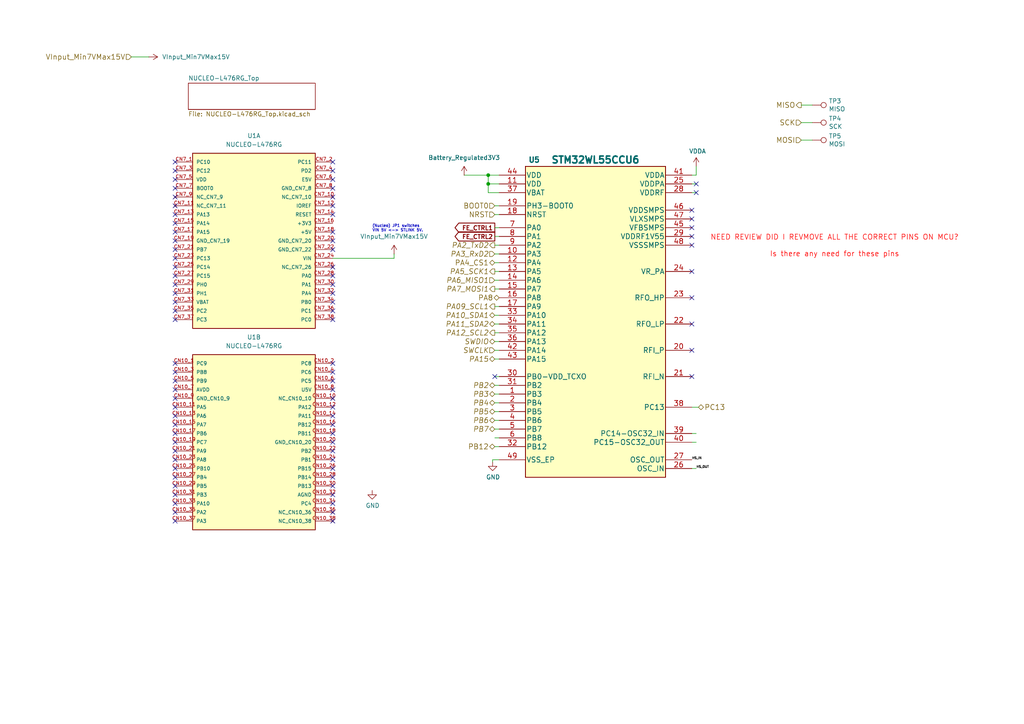
<source format=kicad_sch>
(kicad_sch
	(version 20250114)
	(generator "eeschema")
	(generator_version "9.0")
	(uuid "fdc57161-f7f8-4584-b0ec-8c1aa24339c6")
	(paper "A4")
	(title_block
		(title "MCU")
		(date "2025-03-08")
		(rev "1")
		(company "BCIT BAJA")
		(comment 1 "Parry Zhuo")
	)
	(lib_symbols
		(symbol "Connector:TestPoint"
			(pin_numbers
				(hide yes)
			)
			(pin_names
				(offset 0.762)
				(hide yes)
			)
			(exclude_from_sim no)
			(in_bom yes)
			(on_board yes)
			(property "Reference" "TP"
				(at 0 6.858 0)
				(effects
					(font
						(size 1.27 1.27)
					)
				)
			)
			(property "Value" "TestPoint"
				(at 0 5.08 0)
				(effects
					(font
						(size 1.27 1.27)
					)
				)
			)
			(property "Footprint" ""
				(at 5.08 0 0)
				(effects
					(font
						(size 1.27 1.27)
					)
					(hide yes)
				)
			)
			(property "Datasheet" "~"
				(at 5.08 0 0)
				(effects
					(font
						(size 1.27 1.27)
					)
					(hide yes)
				)
			)
			(property "Description" "test point"
				(at 0 0 0)
				(effects
					(font
						(size 1.27 1.27)
					)
					(hide yes)
				)
			)
			(property "ki_keywords" "test point tp"
				(at 0 0 0)
				(effects
					(font
						(size 1.27 1.27)
					)
					(hide yes)
				)
			)
			(property "ki_fp_filters" "Pin* Test*"
				(at 0 0 0)
				(effects
					(font
						(size 1.27 1.27)
					)
					(hide yes)
				)
			)
			(symbol "TestPoint_0_1"
				(circle
					(center 0 3.302)
					(radius 0.762)
					(stroke
						(width 0)
						(type default)
					)
					(fill
						(type none)
					)
				)
			)
			(symbol "TestPoint_1_1"
				(pin passive line
					(at 0 0 90)
					(length 2.54)
					(name "1"
						(effects
							(font
								(size 1.27 1.27)
							)
						)
					)
					(number "1"
						(effects
							(font
								(size 1.27 1.27)
							)
						)
					)
				)
			)
			(embedded_fonts no)
		)
		(symbol "NUCLEO-L476RG:NUCLEO-L476RG"
			(pin_names
				(offset 1.016)
			)
			(exclude_from_sim no)
			(in_bom yes)
			(on_board yes)
			(property "Reference" "U"
				(at -17.78 26.162 0)
				(effects
					(font
						(size 1.27 1.27)
					)
					(justify left bottom)
				)
			)
			(property "Value" "NUCLEO-L476RG"
				(at -17.78 -27.94 0)
				(effects
					(font
						(size 1.27 1.27)
					)
					(justify left bottom)
				)
			)
			(property "Footprint" "NUCLEO-L476RG:MODULE_NUCLEO-L476RG"
				(at 0 0 0)
				(effects
					(font
						(size 1.27 1.27)
					)
					(justify bottom)
					(hide yes)
				)
			)
			(property "Datasheet" ""
				(at 0 0 0)
				(effects
					(font
						(size 1.27 1.27)
					)
					(hide yes)
				)
			)
			(property "Description" ""
				(at 0 0 0)
				(effects
					(font
						(size 1.27 1.27)
					)
					(hide yes)
				)
			)
			(property "PARTREV" "15"
				(at 0 0 0)
				(effects
					(font
						(size 1.27 1.27)
					)
					(justify bottom)
					(hide yes)
				)
			)
			(property "STANDARD" "Manufacturer Recommendations"
				(at 0 0 0)
				(effects
					(font
						(size 1.27 1.27)
					)
					(justify bottom)
					(hide yes)
				)
			)
			(property "MANUFACTURER" "STmicroelectronics"
				(at 0 0 0)
				(effects
					(font
						(size 1.27 1.27)
					)
					(justify bottom)
					(hide yes)
				)
			)
			(symbol "NUCLEO-L476RG_1_0"
				(rectangle
					(start -17.78 -25.4)
					(end 17.78 25.4)
					(stroke
						(width 0.254)
						(type default)
					)
					(fill
						(type background)
					)
				)
				(pin bidirectional line
					(at -22.86 22.86 0)
					(length 5.08)
					(name "PC10"
						(effects
							(font
								(size 1.016 1.016)
							)
						)
					)
					(number "CN7_1"
						(effects
							(font
								(size 1.016 1.016)
							)
						)
					)
				)
				(pin bidirectional line
					(at -22.86 20.32 0)
					(length 5.08)
					(name "PC12"
						(effects
							(font
								(size 1.016 1.016)
							)
						)
					)
					(number "CN7_3"
						(effects
							(font
								(size 1.016 1.016)
							)
						)
					)
				)
				(pin power_in line
					(at -22.86 17.78 0)
					(length 5.08)
					(name "VDD"
						(effects
							(font
								(size 1.016 1.016)
							)
						)
					)
					(number "CN7_5"
						(effects
							(font
								(size 1.016 1.016)
							)
						)
					)
				)
				(pin input line
					(at -22.86 15.24 0)
					(length 5.08)
					(name "BOOT0"
						(effects
							(font
								(size 1.016 1.016)
							)
						)
					)
					(number "CN7_7"
						(effects
							(font
								(size 1.016 1.016)
							)
						)
					)
				)
				(pin no_connect line
					(at -22.86 12.7 0)
					(length 5.08)
					(name "NC_CN7_9"
						(effects
							(font
								(size 1.016 1.016)
							)
						)
					)
					(number "CN7_9"
						(effects
							(font
								(size 1.016 1.016)
							)
						)
					)
				)
				(pin no_connect line
					(at -22.86 10.16 0)
					(length 5.08)
					(name "NC_CN7_11"
						(effects
							(font
								(size 1.016 1.016)
							)
						)
					)
					(number "CN7_11"
						(effects
							(font
								(size 1.016 1.016)
							)
						)
					)
				)
				(pin bidirectional line
					(at -22.86 7.62 0)
					(length 5.08)
					(name "PA13"
						(effects
							(font
								(size 1.016 1.016)
							)
						)
					)
					(number "CN7_13"
						(effects
							(font
								(size 1.016 1.016)
							)
						)
					)
				)
				(pin bidirectional line
					(at -22.86 5.08 0)
					(length 5.08)
					(name "PA14"
						(effects
							(font
								(size 1.016 1.016)
							)
						)
					)
					(number "CN7_15"
						(effects
							(font
								(size 1.016 1.016)
							)
						)
					)
				)
				(pin bidirectional line
					(at -22.86 2.54 0)
					(length 5.08)
					(name "PA15"
						(effects
							(font
								(size 1.016 1.016)
							)
						)
					)
					(number "CN7_17"
						(effects
							(font
								(size 1.016 1.016)
							)
						)
					)
				)
				(pin power_in line
					(at -22.86 0 0)
					(length 5.08)
					(name "GND_CN7_19"
						(effects
							(font
								(size 1.016 1.016)
							)
						)
					)
					(number "CN7_19"
						(effects
							(font
								(size 1.016 1.016)
							)
						)
					)
				)
				(pin bidirectional line
					(at -22.86 -2.54 0)
					(length 5.08)
					(name "PB7"
						(effects
							(font
								(size 1.016 1.016)
							)
						)
					)
					(number "CN7_21"
						(effects
							(font
								(size 1.016 1.016)
							)
						)
					)
				)
				(pin bidirectional line
					(at -22.86 -5.08 0)
					(length 5.08)
					(name "PC13"
						(effects
							(font
								(size 1.016 1.016)
							)
						)
					)
					(number "CN7_23"
						(effects
							(font
								(size 1.016 1.016)
							)
						)
					)
				)
				(pin bidirectional line
					(at -22.86 -7.62 0)
					(length 5.08)
					(name "PC14"
						(effects
							(font
								(size 1.016 1.016)
							)
						)
					)
					(number "CN7_25"
						(effects
							(font
								(size 1.016 1.016)
							)
						)
					)
				)
				(pin bidirectional line
					(at -22.86 -10.16 0)
					(length 5.08)
					(name "PC15"
						(effects
							(font
								(size 1.016 1.016)
							)
						)
					)
					(number "CN7_27"
						(effects
							(font
								(size 1.016 1.016)
							)
						)
					)
				)
				(pin bidirectional line
					(at -22.86 -12.7 0)
					(length 5.08)
					(name "PH0"
						(effects
							(font
								(size 1.016 1.016)
							)
						)
					)
					(number "CN7_29"
						(effects
							(font
								(size 1.016 1.016)
							)
						)
					)
				)
				(pin bidirectional line
					(at -22.86 -15.24 0)
					(length 5.08)
					(name "PH1"
						(effects
							(font
								(size 1.016 1.016)
							)
						)
					)
					(number "CN7_31"
						(effects
							(font
								(size 1.016 1.016)
							)
						)
					)
				)
				(pin power_in line
					(at -22.86 -17.78 0)
					(length 5.08)
					(name "VBAT"
						(effects
							(font
								(size 1.016 1.016)
							)
						)
					)
					(number "CN7_33"
						(effects
							(font
								(size 1.016 1.016)
							)
						)
					)
				)
				(pin bidirectional line
					(at -22.86 -20.32 0)
					(length 5.08)
					(name "PC2"
						(effects
							(font
								(size 1.016 1.016)
							)
						)
					)
					(number "CN7_35"
						(effects
							(font
								(size 1.016 1.016)
							)
						)
					)
				)
				(pin bidirectional line
					(at -22.86 -22.86 0)
					(length 5.08)
					(name "PC3"
						(effects
							(font
								(size 1.016 1.016)
							)
						)
					)
					(number "CN7_37"
						(effects
							(font
								(size 1.016 1.016)
							)
						)
					)
				)
				(pin bidirectional line
					(at 22.86 22.86 180)
					(length 5.08)
					(name "PC11"
						(effects
							(font
								(size 1.016 1.016)
							)
						)
					)
					(number "CN7_2"
						(effects
							(font
								(size 1.016 1.016)
							)
						)
					)
				)
				(pin bidirectional line
					(at 22.86 20.32 180)
					(length 5.08)
					(name "PD2"
						(effects
							(font
								(size 1.016 1.016)
							)
						)
					)
					(number "CN7_4"
						(effects
							(font
								(size 1.016 1.016)
							)
						)
					)
				)
				(pin power_in line
					(at 22.86 17.78 180)
					(length 5.08)
					(name "E5V"
						(effects
							(font
								(size 1.016 1.016)
							)
						)
					)
					(number "CN7_6"
						(effects
							(font
								(size 1.016 1.016)
							)
						)
					)
				)
				(pin power_in line
					(at 22.86 15.24 180)
					(length 5.08)
					(name "GND_CN7_8"
						(effects
							(font
								(size 1.016 1.016)
							)
						)
					)
					(number "CN7_8"
						(effects
							(font
								(size 1.016 1.016)
							)
						)
					)
				)
				(pin no_connect line
					(at 22.86 12.7 180)
					(length 5.08)
					(name "NC_CN7_10"
						(effects
							(font
								(size 1.016 1.016)
							)
						)
					)
					(number "CN7_10"
						(effects
							(font
								(size 1.016 1.016)
							)
						)
					)
				)
				(pin input line
					(at 22.86 10.16 180)
					(length 5.08)
					(name "IOREF"
						(effects
							(font
								(size 1.016 1.016)
							)
						)
					)
					(number "CN7_12"
						(effects
							(font
								(size 1.016 1.016)
							)
						)
					)
				)
				(pin input line
					(at 22.86 7.62 180)
					(length 5.08)
					(name "RESET"
						(effects
							(font
								(size 1.016 1.016)
							)
						)
					)
					(number "CN7_14"
						(effects
							(font
								(size 1.016 1.016)
							)
						)
					)
				)
				(pin power_in line
					(at 22.86 5.08 180)
					(length 5.08)
					(name "+3V3"
						(effects
							(font
								(size 1.016 1.016)
							)
						)
					)
					(number "CN7_16"
						(effects
							(font
								(size 1.016 1.016)
							)
						)
					)
				)
				(pin power_in line
					(at 22.86 2.54 180)
					(length 5.08)
					(name "+5V"
						(effects
							(font
								(size 1.016 1.016)
							)
						)
					)
					(number "CN7_18"
						(effects
							(font
								(size 1.016 1.016)
							)
						)
					)
				)
				(pin power_in line
					(at 22.86 0 180)
					(length 5.08)
					(name "GND_CN7_20"
						(effects
							(font
								(size 1.016 1.016)
							)
						)
					)
					(number "CN7_20"
						(effects
							(font
								(size 1.016 1.016)
							)
						)
					)
				)
				(pin power_in line
					(at 22.86 -2.54 180)
					(length 5.08)
					(name "GND_CN7_22"
						(effects
							(font
								(size 1.016 1.016)
							)
						)
					)
					(number "CN7_22"
						(effects
							(font
								(size 1.016 1.016)
							)
						)
					)
				)
				(pin power_in line
					(at 22.86 -5.08 180)
					(length 5.08)
					(name "VIN"
						(effects
							(font
								(size 1.016 1.016)
							)
						)
					)
					(number "CN7_24"
						(effects
							(font
								(size 1.016 1.016)
							)
						)
					)
				)
				(pin no_connect line
					(at 22.86 -7.62 180)
					(length 5.08)
					(name "NC_CN7_26"
						(effects
							(font
								(size 1.016 1.016)
							)
						)
					)
					(number "CN7_26"
						(effects
							(font
								(size 1.016 1.016)
							)
						)
					)
				)
				(pin bidirectional line
					(at 22.86 -10.16 180)
					(length 5.08)
					(name "PA0"
						(effects
							(font
								(size 1.016 1.016)
							)
						)
					)
					(number "CN7_28"
						(effects
							(font
								(size 1.016 1.016)
							)
						)
					)
				)
				(pin bidirectional line
					(at 22.86 -12.7 180)
					(length 5.08)
					(name "PA1"
						(effects
							(font
								(size 1.016 1.016)
							)
						)
					)
					(number "CN7_30"
						(effects
							(font
								(size 1.016 1.016)
							)
						)
					)
				)
				(pin bidirectional line
					(at 22.86 -15.24 180)
					(length 5.08)
					(name "PA4"
						(effects
							(font
								(size 1.016 1.016)
							)
						)
					)
					(number "CN7_32"
						(effects
							(font
								(size 1.016 1.016)
							)
						)
					)
				)
				(pin bidirectional line
					(at 22.86 -17.78 180)
					(length 5.08)
					(name "PB0"
						(effects
							(font
								(size 1.016 1.016)
							)
						)
					)
					(number "CN7_34"
						(effects
							(font
								(size 1.016 1.016)
							)
						)
					)
				)
				(pin bidirectional line
					(at 22.86 -20.32 180)
					(length 5.08)
					(name "PC1"
						(effects
							(font
								(size 1.016 1.016)
							)
						)
					)
					(number "CN7_36"
						(effects
							(font
								(size 1.016 1.016)
							)
						)
					)
				)
				(pin bidirectional line
					(at 22.86 -22.86 180)
					(length 5.08)
					(name "PC0"
						(effects
							(font
								(size 1.016 1.016)
							)
						)
					)
					(number "CN7_38"
						(effects
							(font
								(size 1.016 1.016)
							)
						)
					)
				)
			)
			(symbol "NUCLEO-L476RG_2_0"
				(rectangle
					(start -17.78 -25.4)
					(end 17.78 25.4)
					(stroke
						(width 0.254)
						(type default)
					)
					(fill
						(type background)
					)
				)
				(pin bidirectional line
					(at -22.86 22.86 0)
					(length 5.08)
					(name "PC9"
						(effects
							(font
								(size 1.016 1.016)
							)
						)
					)
					(number "CN10_1"
						(effects
							(font
								(size 1.016 1.016)
							)
						)
					)
				)
				(pin bidirectional line
					(at -22.86 20.32 0)
					(length 5.08)
					(name "PB8"
						(effects
							(font
								(size 1.016 1.016)
							)
						)
					)
					(number "CN10_3"
						(effects
							(font
								(size 1.016 1.016)
							)
						)
					)
				)
				(pin bidirectional line
					(at -22.86 17.78 0)
					(length 5.08)
					(name "PB9"
						(effects
							(font
								(size 1.016 1.016)
							)
						)
					)
					(number "CN10_5"
						(effects
							(font
								(size 1.016 1.016)
							)
						)
					)
				)
				(pin power_in line
					(at -22.86 15.24 0)
					(length 5.08)
					(name "AVDD"
						(effects
							(font
								(size 1.016 1.016)
							)
						)
					)
					(number "CN10_7"
						(effects
							(font
								(size 1.016 1.016)
							)
						)
					)
				)
				(pin power_in line
					(at -22.86 12.7 0)
					(length 5.08)
					(name "GND_CN10_9"
						(effects
							(font
								(size 1.016 1.016)
							)
						)
					)
					(number "CN10_9"
						(effects
							(font
								(size 1.016 1.016)
							)
						)
					)
				)
				(pin bidirectional line
					(at -22.86 10.16 0)
					(length 5.08)
					(name "PA5"
						(effects
							(font
								(size 1.016 1.016)
							)
						)
					)
					(number "CN10_11"
						(effects
							(font
								(size 1.016 1.016)
							)
						)
					)
				)
				(pin bidirectional line
					(at -22.86 7.62 0)
					(length 5.08)
					(name "PA6"
						(effects
							(font
								(size 1.016 1.016)
							)
						)
					)
					(number "CN10_13"
						(effects
							(font
								(size 1.016 1.016)
							)
						)
					)
				)
				(pin bidirectional line
					(at -22.86 5.08 0)
					(length 5.08)
					(name "PA7"
						(effects
							(font
								(size 1.016 1.016)
							)
						)
					)
					(number "CN10_15"
						(effects
							(font
								(size 1.016 1.016)
							)
						)
					)
				)
				(pin bidirectional line
					(at -22.86 2.54 0)
					(length 5.08)
					(name "PB6"
						(effects
							(font
								(size 1.016 1.016)
							)
						)
					)
					(number "CN10_17"
						(effects
							(font
								(size 1.016 1.016)
							)
						)
					)
				)
				(pin bidirectional line
					(at -22.86 0 0)
					(length 5.08)
					(name "PC7"
						(effects
							(font
								(size 1.016 1.016)
							)
						)
					)
					(number "CN10_19"
						(effects
							(font
								(size 1.016 1.016)
							)
						)
					)
				)
				(pin bidirectional line
					(at -22.86 -2.54 0)
					(length 5.08)
					(name "PA9"
						(effects
							(font
								(size 1.016 1.016)
							)
						)
					)
					(number "CN10_21"
						(effects
							(font
								(size 1.016 1.016)
							)
						)
					)
				)
				(pin bidirectional line
					(at -22.86 -5.08 0)
					(length 5.08)
					(name "PA8"
						(effects
							(font
								(size 1.016 1.016)
							)
						)
					)
					(number "CN10_23"
						(effects
							(font
								(size 1.016 1.016)
							)
						)
					)
				)
				(pin bidirectional line
					(at -22.86 -7.62 0)
					(length 5.08)
					(name "PB10"
						(effects
							(font
								(size 1.016 1.016)
							)
						)
					)
					(number "CN10_25"
						(effects
							(font
								(size 1.016 1.016)
							)
						)
					)
				)
				(pin bidirectional line
					(at -22.86 -10.16 0)
					(length 5.08)
					(name "PB4"
						(effects
							(font
								(size 1.016 1.016)
							)
						)
					)
					(number "CN10_27"
						(effects
							(font
								(size 1.016 1.016)
							)
						)
					)
				)
				(pin bidirectional line
					(at -22.86 -12.7 0)
					(length 5.08)
					(name "PB5"
						(effects
							(font
								(size 1.016 1.016)
							)
						)
					)
					(number "CN10_29"
						(effects
							(font
								(size 1.016 1.016)
							)
						)
					)
				)
				(pin bidirectional line
					(at -22.86 -15.24 0)
					(length 5.08)
					(name "PB3"
						(effects
							(font
								(size 1.016 1.016)
							)
						)
					)
					(number "CN10_31"
						(effects
							(font
								(size 1.016 1.016)
							)
						)
					)
				)
				(pin bidirectional line
					(at -22.86 -17.78 0)
					(length 5.08)
					(name "PA10"
						(effects
							(font
								(size 1.016 1.016)
							)
						)
					)
					(number "CN10_33"
						(effects
							(font
								(size 1.016 1.016)
							)
						)
					)
				)
				(pin bidirectional line
					(at -22.86 -20.32 0)
					(length 5.08)
					(name "PA2"
						(effects
							(font
								(size 1.016 1.016)
							)
						)
					)
					(number "CN10_35"
						(effects
							(font
								(size 1.016 1.016)
							)
						)
					)
				)
				(pin bidirectional line
					(at -22.86 -22.86 0)
					(length 5.08)
					(name "PA3"
						(effects
							(font
								(size 1.016 1.016)
							)
						)
					)
					(number "CN10_37"
						(effects
							(font
								(size 1.016 1.016)
							)
						)
					)
				)
				(pin bidirectional line
					(at 22.86 22.86 180)
					(length 5.08)
					(name "PC8"
						(effects
							(font
								(size 1.016 1.016)
							)
						)
					)
					(number "CN10_2"
						(effects
							(font
								(size 1.016 1.016)
							)
						)
					)
				)
				(pin bidirectional line
					(at 22.86 20.32 180)
					(length 5.08)
					(name "PC6"
						(effects
							(font
								(size 1.016 1.016)
							)
						)
					)
					(number "CN10_4"
						(effects
							(font
								(size 1.016 1.016)
							)
						)
					)
				)
				(pin bidirectional line
					(at 22.86 17.78 180)
					(length 5.08)
					(name "PC5"
						(effects
							(font
								(size 1.016 1.016)
							)
						)
					)
					(number "CN10_6"
						(effects
							(font
								(size 1.016 1.016)
							)
						)
					)
				)
				(pin power_in line
					(at 22.86 15.24 180)
					(length 5.08)
					(name "U5V"
						(effects
							(font
								(size 1.016 1.016)
							)
						)
					)
					(number "CN10_8"
						(effects
							(font
								(size 1.016 1.016)
							)
						)
					)
				)
				(pin no_connect line
					(at 22.86 12.7 180)
					(length 5.08)
					(name "NC_CN10_10"
						(effects
							(font
								(size 1.016 1.016)
							)
						)
					)
					(number "CN10_10"
						(effects
							(font
								(size 1.016 1.016)
							)
						)
					)
				)
				(pin bidirectional line
					(at 22.86 10.16 180)
					(length 5.08)
					(name "PA12"
						(effects
							(font
								(size 1.016 1.016)
							)
						)
					)
					(number "CN10_12"
						(effects
							(font
								(size 1.016 1.016)
							)
						)
					)
				)
				(pin bidirectional line
					(at 22.86 7.62 180)
					(length 5.08)
					(name "PA11"
						(effects
							(font
								(size 1.016 1.016)
							)
						)
					)
					(number "CN10_14"
						(effects
							(font
								(size 1.016 1.016)
							)
						)
					)
				)
				(pin bidirectional line
					(at 22.86 5.08 180)
					(length 5.08)
					(name "PB12"
						(effects
							(font
								(size 1.016 1.016)
							)
						)
					)
					(number "CN10_16"
						(effects
							(font
								(size 1.016 1.016)
							)
						)
					)
				)
				(pin bidirectional line
					(at 22.86 2.54 180)
					(length 5.08)
					(name "PB11"
						(effects
							(font
								(size 1.016 1.016)
							)
						)
					)
					(number "CN10_18"
						(effects
							(font
								(size 1.016 1.016)
							)
						)
					)
				)
				(pin power_in line
					(at 22.86 0 180)
					(length 5.08)
					(name "GND_CN10_20"
						(effects
							(font
								(size 1.016 1.016)
							)
						)
					)
					(number "CN10_20"
						(effects
							(font
								(size 1.016 1.016)
							)
						)
					)
				)
				(pin bidirectional line
					(at 22.86 -2.54 180)
					(length 5.08)
					(name "PB2"
						(effects
							(font
								(size 1.016 1.016)
							)
						)
					)
					(number "CN10_22"
						(effects
							(font
								(size 1.016 1.016)
							)
						)
					)
				)
				(pin bidirectional line
					(at 22.86 -5.08 180)
					(length 5.08)
					(name "PB1"
						(effects
							(font
								(size 1.016 1.016)
							)
						)
					)
					(number "CN10_24"
						(effects
							(font
								(size 1.016 1.016)
							)
						)
					)
				)
				(pin bidirectional line
					(at 22.86 -7.62 180)
					(length 5.08)
					(name "PB15"
						(effects
							(font
								(size 1.016 1.016)
							)
						)
					)
					(number "CN10_26"
						(effects
							(font
								(size 1.016 1.016)
							)
						)
					)
				)
				(pin bidirectional line
					(at 22.86 -10.16 180)
					(length 5.08)
					(name "PB14"
						(effects
							(font
								(size 1.016 1.016)
							)
						)
					)
					(number "CN10_28"
						(effects
							(font
								(size 1.016 1.016)
							)
						)
					)
				)
				(pin bidirectional line
					(at 22.86 -12.7 180)
					(length 5.08)
					(name "PB13"
						(effects
							(font
								(size 1.016 1.016)
							)
						)
					)
					(number "CN10_30"
						(effects
							(font
								(size 1.016 1.016)
							)
						)
					)
				)
				(pin power_in line
					(at 22.86 -15.24 180)
					(length 5.08)
					(name "AGND"
						(effects
							(font
								(size 1.016 1.016)
							)
						)
					)
					(number "CN10_32"
						(effects
							(font
								(size 1.016 1.016)
							)
						)
					)
				)
				(pin bidirectional line
					(at 22.86 -17.78 180)
					(length 5.08)
					(name "PC4"
						(effects
							(font
								(size 1.016 1.016)
							)
						)
					)
					(number "CN10_34"
						(effects
							(font
								(size 1.016 1.016)
							)
						)
					)
				)
				(pin no_connect line
					(at 22.86 -20.32 180)
					(length 5.08)
					(name "NC_CN10_36"
						(effects
							(font
								(size 1.016 1.016)
							)
						)
					)
					(number "CN10_36"
						(effects
							(font
								(size 1.016 1.016)
							)
						)
					)
				)
				(pin no_connect line
					(at 22.86 -22.86 180)
					(length 5.08)
					(name "NC_CN10_38"
						(effects
							(font
								(size 1.016 1.016)
							)
						)
					)
					(number "CN10_38"
						(effects
							(font
								(size 1.016 1.016)
							)
						)
					)
				)
			)
			(embedded_fonts no)
		)
		(symbol "node-lib-v1:STM32WLxx_QFN48"
			(pin_names
				(offset 0.254)
			)
			(exclude_from_sim no)
			(in_bom yes)
			(on_board yes)
			(property "Reference" "U"
				(at 1.27 1.27 0)
				(effects
					(font
						(size 1.524 1.524)
						(bold yes)
					)
				)
			)
			(property "Value" "STM32WLxx_QFN48"
				(at 21.59 -92.71 0)
				(effects
					(font
						(size 2.0066 2.0066)
						(bold yes)
					)
				)
			)
			(property "Footprint" ""
				(at 20.32 -60.96 0)
				(effects
					(font
						(size 1.524 1.524)
					)
					(hide yes)
				)
			)
			(property "Datasheet" "https://www.st.com/resource/en/datasheet/stm32wle5jc.pdf"
				(at -7.62 -17.78 0)
				(effects
					(font
						(size 1.524 1.524)
					)
					(hide yes)
				)
			)
			(property "Description" "Ultra-low-power, Dual-Core Arm® Cortex®-M4 and M0+ @48 MHz with 256 Kbytes of Flash memory, 64 Kbytes of SRAM. LoRa®, (G)FSK, (G)MSK, BPSK modulations. AES 256-bit"
				(at 0 0 0)
				(effects
					(font
						(size 1.27 1.27)
					)
					(hide yes)
				)
			)
			(property "ki_keywords" "LoRa, LoRaWAN, STM32"
				(at 0 0 0)
				(effects
					(font
						(size 1.27 1.27)
					)
					(hide yes)
				)
			)
			(property "ki_fp_filters" "UFBGA73"
				(at 0 0 0)
				(effects
					(font
						(size 1.27 1.27)
					)
					(hide yes)
				)
			)
			(symbol "STM32WLxx_QFN48_1_0"
				(rectangle
					(start 0 0)
					(end 40.64 -90.17)
					(stroke
						(width 0.254)
						(type default)
					)
					(fill
						(type background)
					)
				)
				(pin bidirectional line
					(at -7.62 -11.43 0)
					(length 7.62)
					(name "PH3-BOOT0"
						(effects
							(font
								(size 1.4986 1.4986)
							)
						)
					)
					(number "19"
						(effects
							(font
								(size 1.4986 1.4986)
							)
						)
					)
				)
				(pin bidirectional line
					(at -7.62 -13.97 0)
					(length 7.62)
					(name "NRST"
						(effects
							(font
								(size 1.4986 1.4986)
							)
						)
					)
					(number "18"
						(effects
							(font
								(size 1.4986 1.4986)
							)
						)
					)
				)
				(pin bidirectional line
					(at -7.62 -17.78 0)
					(length 7.62)
					(name "PA0"
						(effects
							(font
								(size 1.4986 1.4986)
							)
						)
					)
					(number "7"
						(effects
							(font
								(size 1.4986 1.4986)
							)
						)
					)
				)
				(pin bidirectional line
					(at -7.62 -20.32 0)
					(length 7.62)
					(name "PA1"
						(effects
							(font
								(size 1.4986 1.4986)
							)
						)
					)
					(number "8"
						(effects
							(font
								(size 1.4986 1.4986)
							)
						)
					)
				)
				(pin bidirectional line
					(at -7.62 -22.86 0)
					(length 7.62)
					(name "PA2"
						(effects
							(font
								(size 1.4986 1.4986)
							)
						)
					)
					(number "9"
						(effects
							(font
								(size 1.4986 1.4986)
							)
						)
					)
				)
				(pin bidirectional line
					(at -7.62 -25.4 0)
					(length 7.62)
					(name "PA3"
						(effects
							(font
								(size 1.4986 1.4986)
							)
						)
					)
					(number "10"
						(effects
							(font
								(size 1.4986 1.4986)
							)
						)
					)
				)
				(pin bidirectional line
					(at -7.62 -27.94 0)
					(length 7.62)
					(name "PA4"
						(effects
							(font
								(size 1.4986 1.4986)
							)
						)
					)
					(number "12"
						(effects
							(font
								(size 1.4986 1.4986)
							)
						)
					)
				)
				(pin bidirectional line
					(at -7.62 -30.48 0)
					(length 7.62)
					(name "PA5"
						(effects
							(font
								(size 1.4986 1.4986)
							)
						)
					)
					(number "13"
						(effects
							(font
								(size 1.4986 1.4986)
							)
						)
					)
				)
				(pin bidirectional line
					(at -7.62 -33.02 0)
					(length 7.62)
					(name "PA6"
						(effects
							(font
								(size 1.4986 1.4986)
							)
						)
					)
					(number "14"
						(effects
							(font
								(size 1.4986 1.4986)
							)
						)
					)
				)
				(pin bidirectional line
					(at -7.62 -35.56 0)
					(length 7.62)
					(name "PA7"
						(effects
							(font
								(size 1.4986 1.4986)
							)
						)
					)
					(number "15"
						(effects
							(font
								(size 1.4986 1.4986)
							)
						)
					)
				)
				(pin bidirectional line
					(at -7.62 -38.1 0)
					(length 7.62)
					(name "PA8"
						(effects
							(font
								(size 1.4986 1.4986)
							)
						)
					)
					(number "16"
						(effects
							(font
								(size 1.4986 1.4986)
							)
						)
					)
				)
				(pin bidirectional line
					(at -7.62 -40.64 0)
					(length 7.62)
					(name "PA9"
						(effects
							(font
								(size 1.4986 1.4986)
							)
						)
					)
					(number "17"
						(effects
							(font
								(size 1.4986 1.4986)
							)
						)
					)
				)
				(pin bidirectional line
					(at -7.62 -43.18 0)
					(length 7.62)
					(name "PA10"
						(effects
							(font
								(size 1.4986 1.4986)
							)
						)
					)
					(number "33"
						(effects
							(font
								(size 1.4986 1.4986)
							)
						)
					)
				)
				(pin bidirectional line
					(at -7.62 -45.72 0)
					(length 7.62)
					(name "PA11"
						(effects
							(font
								(size 1.4986 1.4986)
							)
						)
					)
					(number "34"
						(effects
							(font
								(size 1.4986 1.4986)
							)
						)
					)
				)
				(pin bidirectional line
					(at -7.62 -48.26 0)
					(length 7.62)
					(name "PA12"
						(effects
							(font
								(size 1.4986 1.4986)
							)
						)
					)
					(number "35"
						(effects
							(font
								(size 1.4986 1.4986)
							)
						)
					)
				)
				(pin bidirectional line
					(at -7.62 -50.8 0)
					(length 7.62)
					(name "PA13"
						(effects
							(font
								(size 1.4986 1.4986)
							)
						)
					)
					(number "36"
						(effects
							(font
								(size 1.4986 1.4986)
							)
						)
					)
				)
				(pin bidirectional line
					(at -7.62 -53.34 0)
					(length 7.62)
					(name "PA14"
						(effects
							(font
								(size 1.4986 1.4986)
							)
						)
					)
					(number "42"
						(effects
							(font
								(size 1.4986 1.4986)
							)
						)
					)
				)
				(pin bidirectional line
					(at -7.62 -55.88 0)
					(length 7.62)
					(name "PA15"
						(effects
							(font
								(size 1.4986 1.4986)
							)
						)
					)
					(number "43"
						(effects
							(font
								(size 1.4986 1.4986)
							)
						)
					)
				)
				(pin bidirectional line
					(at -7.62 -60.96 0)
					(length 7.62)
					(name "PB0-VDD_TCXO"
						(effects
							(font
								(size 1.4986 1.4986)
							)
						)
					)
					(number "30"
						(effects
							(font
								(size 1.4986 1.4986)
							)
						)
					)
				)
				(pin bidirectional line
					(at -7.62 -63.5 0)
					(length 7.62)
					(name "PB2"
						(effects
							(font
								(size 1.4986 1.4986)
							)
						)
					)
					(number "31"
						(effects
							(font
								(size 1.4986 1.4986)
							)
						)
					)
				)
				(pin bidirectional line
					(at -7.62 -66.04 0)
					(length 7.62)
					(name "PB3"
						(effects
							(font
								(size 1.4986 1.4986)
							)
						)
					)
					(number "1"
						(effects
							(font
								(size 1.4986 1.4986)
							)
						)
					)
				)
				(pin bidirectional line
					(at -7.62 -68.58 0)
					(length 7.62)
					(name "PB4"
						(effects
							(font
								(size 1.4986 1.4986)
							)
						)
					)
					(number "2"
						(effects
							(font
								(size 1.4986 1.4986)
							)
						)
					)
				)
				(pin bidirectional line
					(at -7.62 -71.12 0)
					(length 7.62)
					(name "PB5"
						(effects
							(font
								(size 1.4986 1.4986)
							)
						)
					)
					(number "3"
						(effects
							(font
								(size 1.4986 1.4986)
							)
						)
					)
				)
				(pin bidirectional line
					(at -7.62 -73.66 0)
					(length 7.62)
					(name "PB6"
						(effects
							(font
								(size 1.4986 1.4986)
							)
						)
					)
					(number "4"
						(effects
							(font
								(size 1.4986 1.4986)
							)
						)
					)
				)
				(pin bidirectional line
					(at -7.62 -76.2 0)
					(length 7.62)
					(name "PB7"
						(effects
							(font
								(size 1.4986 1.4986)
							)
						)
					)
					(number "5"
						(effects
							(font
								(size 1.4986 1.4986)
							)
						)
					)
				)
				(pin bidirectional line
					(at -7.62 -78.74 0)
					(length 7.62)
					(name "PB8"
						(effects
							(font
								(size 1.4986 1.4986)
							)
						)
					)
					(number "6"
						(effects
							(font
								(size 1.4986 1.4986)
							)
						)
					)
				)
				(pin bidirectional line
					(at -7.62 -81.28 0)
					(length 7.62)
					(name "PB12"
						(effects
							(font
								(size 1.4986 1.4986)
							)
						)
					)
					(number "32"
						(effects
							(font
								(size 1.4986 1.4986)
							)
						)
					)
				)
				(pin output line
					(at 48.26 -38.1 180)
					(length 7.62)
					(name "RFO_HP"
						(effects
							(font
								(size 1.4986 1.4986)
							)
						)
					)
					(number "23"
						(effects
							(font
								(size 1.4986 1.4986)
							)
						)
					)
				)
				(pin output line
					(at 48.26 -45.72 180)
					(length 7.62)
					(name "RFO_LP"
						(effects
							(font
								(size 1.4986 1.4986)
							)
						)
					)
					(number "22"
						(effects
							(font
								(size 1.4986 1.4986)
							)
						)
					)
				)
				(pin input line
					(at 48.26 -53.34 180)
					(length 7.62)
					(name "RFI_P"
						(effects
							(font
								(size 1.4986 1.4986)
							)
						)
					)
					(number "20"
						(effects
							(font
								(size 1.4986 1.4986)
							)
						)
					)
				)
				(pin input line
					(at 48.26 -60.96 180)
					(length 7.62)
					(name "RFI_N"
						(effects
							(font
								(size 1.4986 1.4986)
							)
						)
					)
					(number "21"
						(effects
							(font
								(size 1.4986 1.4986)
							)
						)
					)
				)
				(pin bidirectional line
					(at 48.26 -69.85 180)
					(length 7.62)
					(name "PC13"
						(effects
							(font
								(size 1.4986 1.4986)
							)
						)
					)
					(number "38"
						(effects
							(font
								(size 1.4986 1.4986)
							)
						)
					)
				)
				(pin bidirectional line
					(at 48.26 -77.47 180)
					(length 7.62)
					(name "PC14-OSC32_IN"
						(effects
							(font
								(size 1.4986 1.4986)
							)
						)
					)
					(number "39"
						(effects
							(font
								(size 1.4986 1.4986)
							)
						)
					)
				)
				(pin bidirectional line
					(at 48.26 -80.01 180)
					(length 7.62)
					(name "PC15-OSC32_OUT"
						(effects
							(font
								(size 1.4986 1.4986)
							)
						)
					)
					(number "40"
						(effects
							(font
								(size 1.4986 1.4986)
							)
						)
					)
				)
				(pin output line
					(at 48.26 -85.09 180)
					(length 7.62)
					(name "OSC_OUT"
						(effects
							(font
								(size 1.4986 1.4986)
							)
						)
					)
					(number "27"
						(effects
							(font
								(size 1.4986 1.4986)
							)
						)
					)
				)
				(pin input line
					(at 48.26 -87.63 180)
					(length 7.62)
					(name "OSC_IN"
						(effects
							(font
								(size 1.4986 1.4986)
							)
						)
					)
					(number "26"
						(effects
							(font
								(size 1.4986 1.4986)
							)
						)
					)
				)
			)
			(symbol "STM32WLxx_QFN48_1_1"
				(pin power_in line
					(at -7.62 -2.54 0)
					(length 7.62)
					(name "VDD"
						(effects
							(font
								(size 1.4986 1.4986)
							)
						)
					)
					(number "44"
						(effects
							(font
								(size 1.4986 1.4986)
							)
						)
					)
				)
				(pin power_in line
					(at -7.62 -5.08 0)
					(length 7.62)
					(name "VDD"
						(effects
							(font
								(size 1.4986 1.4986)
							)
						)
					)
					(number "11"
						(effects
							(font
								(size 1.4986 1.4986)
							)
						)
					)
				)
				(pin power_in line
					(at -7.62 -7.62 0)
					(length 7.62)
					(name "VBAT"
						(effects
							(font
								(size 1.4986 1.4986)
							)
						)
					)
					(number "37"
						(effects
							(font
								(size 1.4986 1.4986)
							)
						)
					)
				)
				(pin power_in line
					(at -7.62 -85.09 0)
					(length 7.62)
					(name "VSS_EP"
						(effects
							(font
								(size 1.4986 1.4986)
							)
						)
					)
					(number "49"
						(effects
							(font
								(size 1.4986 1.4986)
							)
						)
					)
				)
				(pin power_in line
					(at 48.26 -2.54 180)
					(length 7.62)
					(name "VDDA"
						(effects
							(font
								(size 1.4986 1.4986)
							)
						)
					)
					(number "41"
						(effects
							(font
								(size 1.4986 1.4986)
							)
						)
					)
				)
				(pin passive line
					(at 48.26 -5.08 180)
					(length 7.62)
					(name "VDDPA"
						(effects
							(font
								(size 1.4986 1.4986)
							)
						)
					)
					(number "25"
						(effects
							(font
								(size 1.4986 1.4986)
							)
						)
					)
				)
				(pin passive line
					(at 48.26 -7.62 180)
					(length 7.62)
					(name "VDDRF"
						(effects
							(font
								(size 1.4986 1.4986)
							)
						)
					)
					(number "28"
						(effects
							(font
								(size 1.4986 1.4986)
							)
						)
					)
				)
				(pin passive line
					(at 48.26 -12.7 180)
					(length 7.62)
					(name "VDDSMPS"
						(effects
							(font
								(size 1.4986 1.4986)
							)
						)
					)
					(number "46"
						(effects
							(font
								(size 1.4986 1.4986)
							)
						)
					)
				)
				(pin passive line
					(at 48.26 -15.24 180)
					(length 7.62)
					(name "VLXSMPS"
						(effects
							(font
								(size 1.4986 1.4986)
							)
						)
					)
					(number "47"
						(effects
							(font
								(size 1.4986 1.4986)
							)
						)
					)
				)
				(pin passive line
					(at 48.26 -17.78 180)
					(length 7.62)
					(name "VFBSMPS"
						(effects
							(font
								(size 1.4986 1.4986)
							)
						)
					)
					(number "45"
						(effects
							(font
								(size 1.4986 1.4986)
							)
						)
					)
				)
				(pin passive line
					(at 48.26 -20.32 180)
					(length 7.62)
					(name "VDDRF1V55"
						(effects
							(font
								(size 1.4986 1.4986)
							)
						)
					)
					(number "29"
						(effects
							(font
								(size 1.4986 1.4986)
							)
						)
					)
				)
				(pin power_in line
					(at 48.26 -22.86 180)
					(length 7.62)
					(name "VSSSMPS"
						(effects
							(font
								(size 1.4986 1.4986)
							)
						)
					)
					(number "48"
						(effects
							(font
								(size 1.4986 1.4986)
							)
						)
					)
				)
				(pin output line
					(at 48.26 -30.48 180)
					(length 7.62)
					(name "VR_PA"
						(effects
							(font
								(size 1.4986 1.4986)
							)
						)
					)
					(number "24"
						(effects
							(font
								(size 1.4986 1.4986)
							)
						)
					)
				)
			)
			(embedded_fonts no)
		)
		(symbol "power:+3.3V"
			(power)
			(pin_numbers
				(hide yes)
			)
			(pin_names
				(offset 0)
				(hide yes)
			)
			(exclude_from_sim no)
			(in_bom yes)
			(on_board yes)
			(property "Reference" "#PWR"
				(at 0 -3.81 0)
				(effects
					(font
						(size 1.27 1.27)
					)
					(hide yes)
				)
			)
			(property "Value" "+3.3V"
				(at 0 3.556 0)
				(effects
					(font
						(size 1.27 1.27)
					)
				)
			)
			(property "Footprint" ""
				(at 0 0 0)
				(effects
					(font
						(size 1.27 1.27)
					)
					(hide yes)
				)
			)
			(property "Datasheet" ""
				(at 0 0 0)
				(effects
					(font
						(size 1.27 1.27)
					)
					(hide yes)
				)
			)
			(property "Description" "Power symbol creates a global label with name \"+3.3V\""
				(at 0 0 0)
				(effects
					(font
						(size 1.27 1.27)
					)
					(hide yes)
				)
			)
			(property "ki_keywords" "global power"
				(at 0 0 0)
				(effects
					(font
						(size 1.27 1.27)
					)
					(hide yes)
				)
			)
			(symbol "+3.3V_0_1"
				(polyline
					(pts
						(xy -0.762 1.27) (xy 0 2.54)
					)
					(stroke
						(width 0)
						(type default)
					)
					(fill
						(type none)
					)
				)
				(polyline
					(pts
						(xy 0 2.54) (xy 0.762 1.27)
					)
					(stroke
						(width 0)
						(type default)
					)
					(fill
						(type none)
					)
				)
				(polyline
					(pts
						(xy 0 0) (xy 0 2.54)
					)
					(stroke
						(width 0)
						(type default)
					)
					(fill
						(type none)
					)
				)
			)
			(symbol "+3.3V_1_1"
				(pin power_in line
					(at 0 0 90)
					(length 0)
					(name "~"
						(effects
							(font
								(size 1.27 1.27)
							)
						)
					)
					(number "1"
						(effects
							(font
								(size 1.27 1.27)
							)
						)
					)
				)
			)
			(embedded_fonts no)
		)
		(symbol "power:GND"
			(power)
			(pin_names
				(offset 0)
			)
			(exclude_from_sim no)
			(in_bom yes)
			(on_board yes)
			(property "Reference" "#PWR"
				(at 0 -6.35 0)
				(effects
					(font
						(size 1.27 1.27)
					)
					(hide yes)
				)
			)
			(property "Value" "GND"
				(at 0 -3.81 0)
				(effects
					(font
						(size 1.27 1.27)
					)
				)
			)
			(property "Footprint" ""
				(at 0 0 0)
				(effects
					(font
						(size 1.27 1.27)
					)
					(hide yes)
				)
			)
			(property "Datasheet" ""
				(at 0 0 0)
				(effects
					(font
						(size 1.27 1.27)
					)
					(hide yes)
				)
			)
			(property "Description" "Power symbol creates a global label with name \"GND\" , ground"
				(at 0 0 0)
				(effects
					(font
						(size 1.27 1.27)
					)
					(hide yes)
				)
			)
			(property "ki_keywords" "power-flag"
				(at 0 0 0)
				(effects
					(font
						(size 1.27 1.27)
					)
					(hide yes)
				)
			)
			(symbol "GND_0_1"
				(polyline
					(pts
						(xy 0 0) (xy 0 -1.27) (xy 1.27 -1.27) (xy 0 -2.54) (xy -1.27 -1.27) (xy 0 -1.27)
					)
					(stroke
						(width 0)
						(type default)
					)
					(fill
						(type none)
					)
				)
			)
			(symbol "GND_1_1"
				(pin power_in line
					(at 0 0 270)
					(length 0)
					(hide yes)
					(name "GND"
						(effects
							(font
								(size 1.27 1.27)
							)
						)
					)
					(number "1"
						(effects
							(font
								(size 1.27 1.27)
							)
						)
					)
				)
			)
			(embedded_fonts no)
		)
		(symbol "power:VDDA"
			(power)
			(pin_names
				(offset 0)
			)
			(exclude_from_sim no)
			(in_bom yes)
			(on_board yes)
			(property "Reference" "#PWR"
				(at 0 -3.81 0)
				(effects
					(font
						(size 1.27 1.27)
					)
					(hide yes)
				)
			)
			(property "Value" "VDDA"
				(at 0 3.81 0)
				(effects
					(font
						(size 1.27 1.27)
					)
				)
			)
			(property "Footprint" ""
				(at 0 0 0)
				(effects
					(font
						(size 1.27 1.27)
					)
					(hide yes)
				)
			)
			(property "Datasheet" ""
				(at 0 0 0)
				(effects
					(font
						(size 1.27 1.27)
					)
					(hide yes)
				)
			)
			(property "Description" "Power symbol creates a global label with name \"VDDA\""
				(at 0 0 0)
				(effects
					(font
						(size 1.27 1.27)
					)
					(hide yes)
				)
			)
			(property "ki_keywords" "power-flag"
				(at 0 0 0)
				(effects
					(font
						(size 1.27 1.27)
					)
					(hide yes)
				)
			)
			(symbol "VDDA_0_1"
				(polyline
					(pts
						(xy -0.762 1.27) (xy 0 2.54)
					)
					(stroke
						(width 0)
						(type default)
					)
					(fill
						(type none)
					)
				)
				(polyline
					(pts
						(xy 0 2.54) (xy 0.762 1.27)
					)
					(stroke
						(width 0)
						(type default)
					)
					(fill
						(type none)
					)
				)
				(polyline
					(pts
						(xy 0 0) (xy 0 2.54)
					)
					(stroke
						(width 0)
						(type default)
					)
					(fill
						(type none)
					)
				)
			)
			(symbol "VDDA_1_1"
				(pin power_in line
					(at 0 0 90)
					(length 0)
					(hide yes)
					(name "VDDA"
						(effects
							(font
								(size 1.27 1.27)
							)
						)
					)
					(number "1"
						(effects
							(font
								(size 1.27 1.27)
							)
						)
					)
				)
			)
			(embedded_fonts no)
		)
	)
	(text "NEED REVIEW DID I REVMOVE ALL THE CORRECT PINS ON MCU?\n\nIs there any need for these pins"
		(exclude_from_sim no)
		(at 242.062 71.374 0)
		(effects
			(font
				(size 1.4986 1.4986)
				(color 255 0 0 1)
			)
		)
		(uuid "7dd74b46-d55d-4835-b067-9f84e26d7439")
	)
	(text "(Nucleo) JP1 switches\nVIN 5V <-> STLINK 5V."
		(exclude_from_sim no)
		(at 107.95 66.294 0)
		(effects
			(font
				(size 0.8 0.8)
			)
			(justify left)
		)
		(uuid "e17335ad-40f7-48cf-b10a-af8b244bb9dd")
	)
	(junction
		(at 141.605 50.8)
		(diameter 0)
		(color 0 0 0 0)
		(uuid "10e19d88-3990-4c9d-9e8d-7bcedc29f858")
	)
	(junction
		(at 141.605 53.34)
		(diameter 0)
		(color 0 0 0 0)
		(uuid "357feb86-be56-4546-a1bc-d94eeb720b66")
	)
	(no_connect
		(at 96.52 128.27)
		(uuid "070f0044-8354-47f5-bda5-1e037f65c025")
	)
	(no_connect
		(at 96.52 151.13)
		(uuid "0767d826-23ea-4d86-871d-121ea79e6f62")
	)
	(no_connect
		(at 50.8 72.39)
		(uuid "07948dca-b68e-4711-ac49-c6e275cbfa6a")
	)
	(no_connect
		(at 50.8 92.71)
		(uuid "0891a6e9-719f-48a1-8f06-e3679e462b71")
	)
	(no_connect
		(at 96.52 146.05)
		(uuid "099291e5-c9fb-448e-a17e-46bf7b25cb49")
	)
	(no_connect
		(at 50.8 123.19)
		(uuid "0bb024bf-56d4-4e6a-8dff-3b0ca9a4e6b4")
	)
	(no_connect
		(at 96.52 59.69)
		(uuid "0ee9ca45-8683-4a45-a202-26d0f36064b1")
	)
	(no_connect
		(at 50.8 140.97)
		(uuid "1019f1a7-c858-4e9c-bd5f-30843561088d")
	)
	(no_connect
		(at 96.52 140.97)
		(uuid "10d0f5de-4fb8-46b0-87ea-35a21f14b659")
	)
	(no_connect
		(at 50.8 74.93)
		(uuid "10df8fc9-9625-43bd-bdf2-757433029052")
	)
	(no_connect
		(at 50.8 133.35)
		(uuid "1243533b-b055-46ef-815a-d4ed07fa7831")
	)
	(no_connect
		(at 50.8 64.77)
		(uuid "177325d6-d09c-4699-882a-8e75d473555f")
	)
	(no_connect
		(at 96.52 113.03)
		(uuid "17768e73-dfec-497c-a6e3-64fe210ee589")
	)
	(no_connect
		(at 50.8 113.03)
		(uuid "191a6af4-a3f7-49af-aa22-c65f0fccef69")
	)
	(no_connect
		(at 50.8 110.49)
		(uuid "1b35b6f9-3a7c-46f9-b6a9-f1ab5717f2a4")
	)
	(no_connect
		(at 50.8 80.01)
		(uuid "1cc52505-bebb-4347-94dc-1a6fcc03bc02")
	)
	(no_connect
		(at 96.52 67.31)
		(uuid "1d97cde1-7e2a-4e4f-837c-52666e3a9cae")
	)
	(no_connect
		(at 96.52 107.95)
		(uuid "1e3ce7cd-023e-42b9-b3de-3138cd4d51af")
	)
	(no_connect
		(at 50.8 46.99)
		(uuid "1f49f9c2-2815-4248-bdcd-e0c5b6ac288b")
	)
	(no_connect
		(at 50.8 148.59)
		(uuid "225fb5c9-284e-4b80-b45e-1cd0c1f6d75a")
	)
	(no_connect
		(at 50.8 77.47)
		(uuid "25aebe94-298d-4d87-acf3-e0897c9f7f09")
	)
	(no_connect
		(at 96.52 90.17)
		(uuid "25c87f55-1a32-4d34-bd28-4c47078793f7")
	)
	(no_connect
		(at 200.66 71.12)
		(uuid "297c88e1-8017-4829-a20b-91d66da23220")
	)
	(no_connect
		(at 200.66 78.74)
		(uuid "29919240-ef8e-4a25-a7f7-115b26daaa9a")
	)
	(no_connect
		(at 96.52 92.71)
		(uuid "2b34dc8a-fc3f-4a64-bc19-260996046f70")
	)
	(no_connect
		(at 50.8 57.15)
		(uuid "2deb39af-6107-47aa-b4f9-1047b5511c25")
	)
	(no_connect
		(at 143.51 109.22)
		(uuid "2f42db6b-d934-44bc-8577-571df3576e87")
	)
	(no_connect
		(at 50.8 130.81)
		(uuid "30db9c79-b275-4011-b90b-d9171a7320c0")
	)
	(no_connect
		(at 50.8 115.57)
		(uuid "324fa108-9144-432f-9aa3-afbbeaefd7aa")
	)
	(no_connect
		(at 96.52 110.49)
		(uuid "34e245f0-3b40-4d7d-ba0c-905cedfd3057")
	)
	(no_connect
		(at 200.66 86.36)
		(uuid "3560f6f1-64f8-4cb5-9d75-4de318634832")
	)
	(no_connect
		(at 50.8 85.09)
		(uuid "35a96c5f-f3ed-4d6b-a519-6d51a43592de")
	)
	(no_connect
		(at 96.52 143.51)
		(uuid "3c26805c-3e93-40bd-b8f7-911840107d0c")
	)
	(no_connect
		(at 50.8 125.73)
		(uuid "3d51d126-0e93-4c30-a721-46a008a98284")
	)
	(no_connect
		(at 96.52 62.23)
		(uuid "3f66716a-c417-4e35-b005-0bfda87e360c")
	)
	(no_connect
		(at 96.52 105.41)
		(uuid "44b05cf3-f943-4eb6-a369-af8876826d46")
	)
	(no_connect
		(at 96.52 133.35)
		(uuid "48280170-50dd-4878-ad6d-30f7efa23796")
	)
	(no_connect
		(at 96.52 69.85)
		(uuid "4e0c5c71-af03-431e-b459-554041c94632")
	)
	(no_connect
		(at 50.8 118.11)
		(uuid "55b63212-dd3d-453d-acff-e60d96d6d75a")
	)
	(no_connect
		(at 96.52 123.19)
		(uuid "5c2cf480-f659-48b2-8403-ffd76234c4be")
	)
	(no_connect
		(at 50.8 138.43)
		(uuid "68ba9eb0-0786-47b5-928b-572bccb4ea33")
	)
	(no_connect
		(at 200.66 109.22)
		(uuid "696d06d0-8394-429a-ba4c-634641887466")
	)
	(no_connect
		(at 96.52 135.89)
		(uuid "6c1674a1-c410-4ac9-a59d-bb8a41bfe3d1")
	)
	(no_connect
		(at 96.52 87.63)
		(uuid "70292055-8f34-4445-8def-4ea741b01f99")
	)
	(no_connect
		(at 96.52 118.11)
		(uuid "78daa2ee-8998-44b2-a701-ce2f773c810e")
	)
	(no_connect
		(at 200.66 68.58)
		(uuid "83c6003e-9dd0-41c0-8a40-718410766a20")
	)
	(no_connect
		(at 50.8 90.17)
		(uuid "869d4952-dab9-46ef-b3cc-62cabd2b60ef")
	)
	(no_connect
		(at 96.52 54.61)
		(uuid "8a0e8d55-15f4-45f2-961c-47ed8919b122")
	)
	(no_connect
		(at 96.52 125.73)
		(uuid "8f2948f9-4e81-4267-8577-50cc61787039")
	)
	(no_connect
		(at 200.66 60.96)
		(uuid "94d33471-d101-4678-a863-775498b07142")
	)
	(no_connect
		(at 201.93 53.34)
		(uuid "94e69da9-39a3-44c9-8a97-5a523e578502")
	)
	(no_connect
		(at 96.52 120.65)
		(uuid "95333fe1-324a-477e-ac85-8026f6b4feb8")
	)
	(no_connect
		(at 96.52 130.81)
		(uuid "9649f072-f28b-4b83-acd6-069c257b3448")
	)
	(no_connect
		(at 96.52 115.57)
		(uuid "9b49f4e8-510a-4625-a475-b72bc6e0c2df")
	)
	(no_connect
		(at 201.93 55.88)
		(uuid "9b774aca-bf68-4f3b-bc4a-4b6f107339f3")
	)
	(no_connect
		(at 200.66 63.5)
		(uuid "9b8c5519-8691-44f6-a365-c16e7c657eef")
	)
	(no_connect
		(at 200.66 66.04)
		(uuid "9e1175c2-eca0-4f59-9403-6c8b00b7cf56")
	)
	(no_connect
		(at 96.52 80.01)
		(uuid "a3d48b9b-13a8-4948-92c9-71c042f21e60")
	)
	(no_connect
		(at 50.8 143.51)
		(uuid "a4fe3984-3476-43b6-a9c3-a99322f3e671")
	)
	(no_connect
		(at 50.8 49.53)
		(uuid "a5272c1e-8ad1-4df3-adbc-3b22f63700b1")
	)
	(no_connect
		(at 50.8 146.05)
		(uuid "ac45fe48-3479-4167-b369-53a277ca285a")
	)
	(no_connect
		(at 96.52 49.53)
		(uuid "aebef211-3ea5-445c-bf9c-812cbb37bf77")
	)
	(no_connect
		(at 50.8 67.31)
		(uuid "b1d01acd-100e-46ca-a819-38326e333540")
	)
	(no_connect
		(at 50.8 151.13)
		(uuid "b613ed25-9dfa-4a65-a143-4ba9748febd7")
	)
	(no_connect
		(at 96.52 72.39)
		(uuid "bbd25cc9-8d79-4658-9dfe-f40873c9f170")
	)
	(no_connect
		(at 50.8 120.65)
		(uuid "bf19fe0f-4065-47b5-bbcc-336dea259016")
	)
	(no_connect
		(at 50.8 135.89)
		(uuid "c172f9cf-f185-4299-8bc5-f264119ec3c5")
	)
	(no_connect
		(at 96.52 85.09)
		(uuid "c26f8842-c101-45b7-8e7d-609b1cc44c29")
	)
	(no_connect
		(at 50.8 82.55)
		(uuid "c3e848a4-4ebe-40df-815e-e1f79a07d6cd")
	)
	(no_connect
		(at 50.8 59.69)
		(uuid "c9b12285-5a80-4727-ad7e-3242cda63520")
	)
	(no_connect
		(at 50.8 54.61)
		(uuid "ce468199-dc45-4f50-a31a-e089c23bb4fa")
	)
	(no_connect
		(at 96.52 148.59)
		(uuid "d0a7cd94-3ac5-4125-8fa3-e39ff19227f4")
	)
	(no_connect
		(at 96.52 46.99)
		(uuid "d19d1ec1-1579-4972-ad1b-f79f96807bf0")
	)
	(no_connect
		(at 200.66 101.6)
		(uuid "d41433be-a9b8-4448-aae1-034fad8ae37b")
	)
	(no_connect
		(at 50.8 87.63)
		(uuid "dbb64883-18e4-4032-8cf7-080c5339b3c9")
	)
	(no_connect
		(at 96.52 82.55)
		(uuid "dc7e9931-fa9d-40ba-926f-6f0a5e04595e")
	)
	(no_connect
		(at 50.8 52.07)
		(uuid "e2f60207-24e8-47f8-b36a-a0b8a4b34544")
	)
	(no_connect
		(at 96.52 77.47)
		(uuid "e91abcf9-f253-4d79-ae97-ec4d07023e16")
	)
	(no_connect
		(at 96.52 138.43)
		(uuid "eaee5e83-5e71-45df-b34f-2911a73d7f8b")
	)
	(no_connect
		(at 96.52 52.07)
		(uuid "ec229a71-8bd7-46d0-8b0d-7b9b59c859bb")
	)
	(no_connect
		(at 50.8 69.85)
		(uuid "edce67e3-ed07-4419-b8f9-5a926017038f")
	)
	(no_connect
		(at 50.8 62.23)
		(uuid "ee75b36c-4ad1-48dc-9f95-0d3ced8da5e2")
	)
	(no_connect
		(at 50.8 105.41)
		(uuid "f589c899-c243-4cda-91cb-64e5f5cc9e8c")
	)
	(no_connect
		(at 200.66 93.98)
		(uuid "f797b705-3f7d-491a-a3b2-676321f45e13")
	)
	(no_connect
		(at 50.8 128.27)
		(uuid "f7ea6e06-9ba8-4f31-a151-7b1142682e20")
	)
	(no_connect
		(at 96.52 57.15)
		(uuid "fda86d6f-21a1-436c-9ebf-a6c666b550ce")
	)
	(no_connect
		(at 50.8 107.95)
		(uuid "fe9393ea-9be4-48e0-9a79-46af06b1d4cc")
	)
	(wire
		(pts
			(xy 144.78 71.12) (xy 143.51 71.12)
		)
		(stroke
			(width 0)
			(type default)
		)
		(uuid "02289c61-13df-495e-a809-03e3a71bb201")
	)
	(wire
		(pts
			(xy 144.78 101.6) (xy 143.51 101.6)
		)
		(stroke
			(width 0)
			(type default)
		)
		(uuid "052acc87-8ff9-4162-8f55-f7121d221d0a")
	)
	(wire
		(pts
			(xy 143.51 81.28) (xy 144.78 81.28)
		)
		(stroke
			(width 0)
			(type default)
		)
		(uuid "1020b588-7eb0-4b70-bbff-c77a867c3142")
	)
	(wire
		(pts
			(xy 232.41 40.64) (xy 235.585 40.64)
		)
		(stroke
			(width 0)
			(type default)
		)
		(uuid "1a69e412-f026-40b0-b10f-6bb18c0cd5e6")
	)
	(wire
		(pts
			(xy 143.51 68.58) (xy 144.78 68.58)
		)
		(stroke
			(width 0)
			(type default)
		)
		(uuid "1c92f382-4ec3-478f-a1ca-afadd3087787")
	)
	(wire
		(pts
			(xy 201.93 53.34) (xy 200.66 53.34)
		)
		(stroke
			(width 0)
			(type default)
		)
		(uuid "28d267fd-6d61-43bb-9705-8d59d7a44e81")
	)
	(wire
		(pts
			(xy 144.78 66.04) (xy 143.51 66.04)
		)
		(stroke
			(width 0)
			(type default)
		)
		(uuid "3e147ce1-21a6-4e77-a3db-fd00d575cd22")
	)
	(wire
		(pts
			(xy 144.78 116.84) (xy 143.51 116.84)
		)
		(stroke
			(width 0)
			(type default)
		)
		(uuid "4198eb99-d244-457e-8768-395280df1a66")
	)
	(wire
		(pts
			(xy 143.51 73.66) (xy 144.78 73.66)
		)
		(stroke
			(width 0)
			(type default)
		)
		(uuid "44a8a96b-3053-4222-9241-aa484f5ebe13")
	)
	(wire
		(pts
			(xy 201.93 50.8) (xy 200.66 50.8)
		)
		(stroke
			(width 0)
			(type default)
		)
		(uuid "47484446-e64c-4a82-88af-15de92cf6ad4")
	)
	(wire
		(pts
			(xy 143.51 114.3) (xy 144.78 114.3)
		)
		(stroke
			(width 0)
			(type default)
		)
		(uuid "4c717b47-484c-4d70-8fcd-83c406ff2d17")
	)
	(wire
		(pts
			(xy 201.93 128.27) (xy 200.66 128.27)
		)
		(stroke
			(width 0)
			(type default)
		)
		(uuid "50a799a7-f8f3-4f13-9288-b10696e9a7da")
	)
	(wire
		(pts
			(xy 141.605 50.8) (xy 141.605 53.34)
		)
		(stroke
			(width 0)
			(type default)
		)
		(uuid "52d326d4-51c9-4c17-8412-9aaf3e6cdf4c")
	)
	(wire
		(pts
			(xy 143.51 59.69) (xy 144.78 59.69)
		)
		(stroke
			(width 0)
			(type default)
		)
		(uuid "56f0a67a-a93a-477a-9778-70fe2cfeeb5a")
	)
	(wire
		(pts
			(xy 144.78 119.38) (xy 143.51 119.38)
		)
		(stroke
			(width 0)
			(type default)
		)
		(uuid "586ec748-563a-478a-82db-706fb951336a")
	)
	(wire
		(pts
			(xy 143.51 83.82) (xy 144.78 83.82)
		)
		(stroke
			(width 0)
			(type default)
		)
		(uuid "5bb32dcb-8a97-4374-8a16-bc17822d4db3")
	)
	(wire
		(pts
			(xy 143.51 93.98) (xy 144.78 93.98)
		)
		(stroke
			(width 0)
			(type default)
		)
		(uuid "617498ce-8469-4f4b-9f2b-09a2437561eb")
	)
	(wire
		(pts
			(xy 144.78 76.2) (xy 143.51 76.2)
		)
		(stroke
			(width 0)
			(type default)
		)
		(uuid "67d6d490-a9a4-4ec7-8744-7c7abc821282")
	)
	(wire
		(pts
			(xy 144.78 111.76) (xy 143.51 111.76)
		)
		(stroke
			(width 0)
			(type default)
		)
		(uuid "6999550c-f78a-4aae-9243-1b3881f5bb3b")
	)
	(wire
		(pts
			(xy 200.66 125.73) (xy 201.93 125.73)
		)
		(stroke
			(width 0)
			(type default)
		)
		(uuid "71a9f036-1f13-462e-ac9e-81caaaa7f807")
	)
	(wire
		(pts
			(xy 143.51 129.54) (xy 144.78 129.54)
		)
		(stroke
			(width 0)
			(type default)
		)
		(uuid "7a6d9a4e-fe6a-4427-9f0c-a10fd3ceb923")
	)
	(wire
		(pts
			(xy 235.585 35.56) (xy 232.41 35.56)
		)
		(stroke
			(width 0)
			(type default)
		)
		(uuid "7c896e87-96ce-4c96-aaa1-2c878537a665")
	)
	(wire
		(pts
			(xy 144.78 109.22) (xy 143.51 109.22)
		)
		(stroke
			(width 0)
			(type default)
		)
		(uuid "7df9ce6f-7f38-4582-a049-7f92faf1abc9")
	)
	(wire
		(pts
			(xy 144.78 96.52) (xy 143.51 96.52)
		)
		(stroke
			(width 0)
			(type default)
		)
		(uuid "7e90deb5-aef9-4d2b-a440-4cb0dbfaaa93")
	)
	(wire
		(pts
			(xy 143.51 104.14) (xy 144.78 104.14)
		)
		(stroke
			(width 0)
			(type default)
		)
		(uuid "85d211d4-76e7-4e49-a9c8-2e1cc8ab5805")
	)
	(wire
		(pts
			(xy 201.93 135.89) (xy 200.66 135.89)
		)
		(stroke
			(width 0)
			(type default)
		)
		(uuid "97cc05bf-4ed5-449c-b0c8-131e5126a7ac")
	)
	(wire
		(pts
			(xy 232.41 30.48) (xy 235.585 30.48)
		)
		(stroke
			(width 0)
			(type default)
		)
		(uuid "a26b30b4-faa7-4685-b92c-f049f78ef41b")
	)
	(wire
		(pts
			(xy 143.51 121.92) (xy 144.78 121.92)
		)
		(stroke
			(width 0)
			(type default)
		)
		(uuid "a2a33a3d-c501-4e33-b67b-7d07ef8aa4a7")
	)
	(wire
		(pts
			(xy 142.875 133.35) (xy 142.875 133.985)
		)
		(stroke
			(width 0)
			(type default)
		)
		(uuid "a311f3c6-42e3-4584-9725-4a62ff91b6e3")
	)
	(wire
		(pts
			(xy 141.605 50.8) (xy 144.78 50.8)
		)
		(stroke
			(width 0)
			(type default)
		)
		(uuid "a3e08b24-0c16-4302-817a-74e0e0a98cad")
	)
	(wire
		(pts
			(xy 144.78 62.23) (xy 143.51 62.23)
		)
		(stroke
			(width 0)
			(type default)
		)
		(uuid "a819bf9a-0c8b-443a-b488-e5f1395d77ad")
	)
	(wire
		(pts
			(xy 144.78 91.44) (xy 143.51 91.44)
		)
		(stroke
			(width 0)
			(type default)
		)
		(uuid "aa0e7fe7-e9c2-477f-bcb2-53a1ebd9e3a6")
	)
	(wire
		(pts
			(xy 144.78 133.35) (xy 142.875 133.35)
		)
		(stroke
			(width 0)
			(type default)
		)
		(uuid "bcacf97a-a49b-480c-96ed-a857f56faeb2")
	)
	(wire
		(pts
			(xy 134.62 50.8) (xy 141.605 50.8)
		)
		(stroke
			(width 0)
			(type default)
		)
		(uuid "c08b8a88-a402-495d-9d4e-661a6f0b0c25")
	)
	(wire
		(pts
			(xy 141.605 53.34) (xy 144.78 53.34)
		)
		(stroke
			(width 0)
			(type default)
		)
		(uuid "db532ed2-914c-41b4-b389-de2bf235d0a7")
	)
	(wire
		(pts
			(xy 201.93 48.26) (xy 201.93 50.8)
		)
		(stroke
			(width 0)
			(type default)
		)
		(uuid "dd5f7736-b8aa-44f2-a044-e514d63d48f3")
	)
	(wire
		(pts
			(xy 144.78 55.88) (xy 141.605 55.88)
		)
		(stroke
			(width 0)
			(type default)
		)
		(uuid "df3e0d78-29b1-4811-9600-571610f4b8a8")
	)
	(wire
		(pts
			(xy 96.52 74.93) (xy 114.3 74.93)
		)
		(stroke
			(width 0)
			(type default)
		)
		(uuid "df5d80ae-9209-4b24-839b-d98109103906")
	)
	(wire
		(pts
			(xy 143.51 127) (xy 144.78 127)
		)
		(stroke
			(width 0)
			(type default)
		)
		(uuid "e1c71a89-4e45-4a56-a6ef-342af5f92d5c")
	)
	(wire
		(pts
			(xy 114.3 74.93) (xy 114.3 73.66)
		)
		(stroke
			(width 0)
			(type default)
		)
		(uuid "e855841d-b197-4e0c-b55a-0e415000893b")
	)
	(wire
		(pts
			(xy 202.565 118.11) (xy 200.66 118.11)
		)
		(stroke
			(width 0)
			(type default)
		)
		(uuid "ebadfd51-5a1d-4821-b341-8a1acb4abb01")
	)
	(wire
		(pts
			(xy 141.605 53.34) (xy 141.605 55.88)
		)
		(stroke
			(width 0)
			(type default)
		)
		(uuid "ee889adf-61ee-41fc-bf9e-057a28ebf389")
	)
	(wire
		(pts
			(xy 38.1 16.51) (xy 43.18 16.51)
		)
		(stroke
			(width 0)
			(type default)
		)
		(uuid "f1348da8-1a05-44c8-a483-7ef2b7d68b9b")
	)
	(wire
		(pts
			(xy 143.51 124.46) (xy 144.78 124.46)
		)
		(stroke
			(width 0)
			(type default)
		)
		(uuid "f6a5cab3-78e5-4acf-8c67-f401df2846d0")
	)
	(wire
		(pts
			(xy 143.51 99.06) (xy 144.78 99.06)
		)
		(stroke
			(width 0)
			(type default)
		)
		(uuid "fb126c26-740a-4781-a5dd-5ef5455e4878")
	)
	(wire
		(pts
			(xy 143.51 78.74) (xy 144.78 78.74)
		)
		(stroke
			(width 0)
			(type default)
		)
		(uuid "fd146ca2-8fb8-4c71-9277-84f69bc5d3fc")
	)
	(wire
		(pts
			(xy 143.51 88.9) (xy 144.78 88.9)
		)
		(stroke
			(width 0)
			(type default)
		)
		(uuid "fe431a80-868e-482d-aa91-c96eb8387d6a")
	)
	(wire
		(pts
			(xy 200.66 55.88) (xy 201.93 55.88)
		)
		(stroke
			(width 0)
			(type default)
		)
		(uuid "ffb86135-b43f-4a42-9aa6-73aa7ba972a9")
	)
	(label "HS_IN"
		(at 200.66 133.35 0)
		(effects
			(font
				(size 0.635 0.635)
			)
			(justify left bottom)
		)
		(uuid "4f4adfec-914a-4e4d-b0ee-670d7233a59d")
	)
	(label "HS_OUT"
		(at 201.93 135.89 0)
		(effects
			(font
				(size 0.635 0.635)
			)
			(justify left bottom)
		)
		(uuid "a411be11-102d-4c0b-be0c-b2de4276e183")
	)
	(global_label "FE_CTRL2"
		(shape output)
		(at 143.51 68.58 180)
		(fields_autoplaced yes)
		(effects
			(font
				(size 1.2446 1.2446)
				(thickness 0.2489)
				(bold yes)
			)
			(justify right)
		)
		(uuid "b1240f00-ec43-4c0b-9a41-43264db8a893")
		(property "Intersheetrefs" "${INTERSHEET_REFS}"
			(at 131.9875 68.58 0)
			(effects
				(font
					(size 1.27 1.27)
				)
				(justify right)
				(hide yes)
			)
		)
	)
	(global_label "FE_CTRL1"
		(shape output)
		(at 143.51 66.04 180)
		(fields_autoplaced yes)
		(effects
			(font
				(size 1.2446 1.2446)
				(thickness 0.2489)
				(bold yes)
			)
			(justify right)
		)
		(uuid "fe9bdc33-eab1-4bdc-9603-57decb38d2a2")
		(property "Intersheetrefs" "${INTERSHEET_REFS}"
			(at 131.9875 66.04 0)
			(effects
				(font
					(size 1.27 1.27)
				)
				(justify right)
				(hide yes)
			)
		)
	)
	(hierarchical_label "PA5_SCK1"
		(shape output)
		(at 143.51 78.74 180)
		(effects
			(font
				(size 1.4986 1.4986)
				(italic yes)
			)
			(justify right)
		)
		(uuid "0b43a8fb-b3d3-4444-a4b0-cf952c07dcfe")
	)
	(hierarchical_label "BOOT0"
		(shape input)
		(at 143.51 59.69 180)
		(effects
			(font
				(size 1.4986 1.4986)
			)
			(justify right)
		)
		(uuid "18208121-3872-4be3-a687-40854be3e1c8")
	)
	(hierarchical_label "PA8"
		(shape bidirectional)
		(at 144.78 86.36 180)
		(effects
			(font
				(size 1.4986 1.4986)
			)
			(justify right)
		)
		(uuid "25247d0c-5910-484b-9651-5750d422a450")
	)
	(hierarchical_label "VInput_Min7VMax15V"
		(shape input)
		(at 38.1 16.51 180)
		(effects
			(font
				(size 1.4986 1.4986)
			)
			(justify right)
		)
		(uuid "27496ad9-8f63-4d51-a9f8-8c7dcb10411f")
	)
	(hierarchical_label "PA2_TxD2"
		(shape output)
		(at 143.51 71.12 180)
		(effects
			(font
				(size 1.4986 1.4986)
				(italic yes)
			)
			(justify right)
		)
		(uuid "2cb05d43-df82-498c-aae1-4b1a0a350f82")
	)
	(hierarchical_label "PA4_CS1"
		(shape bidirectional)
		(at 143.51 76.2 180)
		(effects
			(font
				(size 1.4986 1.4986)
			)
			(justify right)
		)
		(uuid "2f4c659c-2ccb-4fb1-808e-7868af588a89")
	)
	(hierarchical_label "PB7"
		(shape bidirectional)
		(at 143.51 124.46 180)
		(effects
			(font
				(size 1.4986 1.4986)
				(italic yes)
			)
			(justify right)
		)
		(uuid "36210d52-4f9a-42bc-a022-019a63c67fc2")
	)
	(hierarchical_label "NRST"
		(shape input)
		(at 143.51 62.23 180)
		(effects
			(font
				(size 1.4986 1.4986)
			)
			(justify right)
		)
		(uuid "3768cce7-1e64-480e-bb38-0c6794a852ac")
	)
	(hierarchical_label "PC13"
		(shape bidirectional)
		(at 202.565 118.11 0)
		(effects
			(font
				(size 1.4986 1.4986)
			)
			(justify left)
		)
		(uuid "37f8ba3f-cca4-4b16-b699-07a704844fc9")
	)
	(hierarchical_label "PB2"
		(shape bidirectional)
		(at 143.51 111.76 180)
		(effects
			(font
				(size 1.4986 1.4986)
				(italic yes)
			)
			(justify right)
		)
		(uuid "4648968b-aa58-4f57-8f45-54b088364670")
	)
	(hierarchical_label "SWCLK"
		(shape input)
		(at 143.51 101.6 180)
		(effects
			(font
				(size 1.4986 1.4986)
				(italic yes)
			)
			(justify right)
		)
		(uuid "5160b3d5-0622-412f-84ed-9900be82a5a6")
	)
	(hierarchical_label "PA6_MISO1"
		(shape input)
		(at 143.51 81.28 180)
		(effects
			(font
				(size 1.4986 1.4986)
				(italic yes)
			)
			(justify right)
		)
		(uuid "6df433d7-73cd-4877-8d2e-047853b9077c")
	)
	(hierarchical_label "MOSI"
		(shape input)
		(at 232.41 40.64 180)
		(effects
			(font
				(size 1.4986 1.4986)
			)
			(justify right)
		)
		(uuid "76e64ace-377b-4ce5-a701-eff4fca52da6")
	)
	(hierarchical_label "PA3_RxD2"
		(shape input)
		(at 143.51 73.66 180)
		(effects
			(font
				(size 1.4986 1.4986)
				(italic yes)
			)
			(justify right)
		)
		(uuid "8202d57b-d5d2-4a80-8c03-3c6bdbbd1ddf")
	)
	(hierarchical_label "PA10_SDA1"
		(shape bidirectional)
		(at 143.51 91.44 180)
		(effects
			(font
				(size 1.4986 1.4986)
				(italic yes)
			)
			(justify right)
		)
		(uuid "87a32952-c8e5-40ba-af1d-1a8829a6c906")
	)
	(hierarchical_label "SCK"
		(shape input)
		(at 232.41 35.56 180)
		(effects
			(font
				(size 1.4986 1.4986)
			)
			(justify right)
		)
		(uuid "9139d567-4558-4d86-9610-6f830813022e")
	)
	(hierarchical_label "MISO"
		(shape output)
		(at 232.41 30.48 180)
		(effects
			(font
				(size 1.4986 1.4986)
			)
			(justify right)
		)
		(uuid "9160853f-80f1-433b-8c77-588fd965ecee")
	)
	(hierarchical_label "PB4"
		(shape bidirectional)
		(at 143.51 116.84 180)
		(effects
			(font
				(size 1.4986 1.4986)
				(italic yes)
			)
			(justify right)
		)
		(uuid "a7cad282-51c3-4f24-be5e-311c2c5e959b")
	)
	(hierarchical_label "PA09_SCL1"
		(shape output)
		(at 143.51 88.9 180)
		(effects
			(font
				(size 1.4986 1.4986)
				(italic yes)
			)
			(justify right)
		)
		(uuid "a8a389df-8d18-4e17-a74f-f60d5d77371e")
	)
	(hierarchical_label "SWDIO"
		(shape bidirectional)
		(at 143.51 99.06 180)
		(effects
			(font
				(size 1.4986 1.4986)
				(italic yes)
			)
			(justify right)
		)
		(uuid "af7ed34f-31b5-4744-97e9-29e5f4d85343")
	)
	(hierarchical_label "PB3"
		(shape bidirectional)
		(at 143.51 114.3 180)
		(effects
			(font
				(size 1.4986 1.4986)
				(italic yes)
			)
			(justify right)
		)
		(uuid "b31ebd25-cf4c-4c3e-b83d-0ec793b65cd9")
	)
	(hierarchical_label "PA15"
		(shape bidirectional)
		(at 143.51 104.14 180)
		(effects
			(font
				(size 1.4986 1.4986)
				(italic yes)
			)
			(justify right)
		)
		(uuid "b8382866-f10b-4adc-84fc-f6e5dd44681b")
	)
	(hierarchical_label "PB6"
		(shape bidirectional)
		(at 143.51 121.92 180)
		(effects
			(font
				(size 1.4986 1.4986)
				(italic yes)
			)
			(justify right)
		)
		(uuid "c860c4e9-3ddd-4065-857c-b9aedc01e6ad")
	)
	(hierarchical_label "PB12"
		(shape bidirectional)
		(at 143.51 129.54 180)
		(effects
			(font
				(size 1.4986 1.4986)
			)
			(justify right)
		)
		(uuid "d1422f38-9fce-4f5e-878a-341530beaf9c")
	)
	(hierarchical_label "PA7_MOSI1"
		(shape output)
		(at 143.51 83.82 180)
		(effects
			(font
				(size 1.4986 1.4986)
				(italic yes)
			)
			(justify right)
		)
		(uuid "d5b0938b-9efb-4b58-8ac4-d92da9ed2e30")
	)
	(hierarchical_label "PA11_SDA2"
		(shape bidirectional)
		(at 143.51 93.98 180)
		(effects
			(font
				(size 1.4986 1.4986)
				(italic yes)
			)
			(justify right)
		)
		(uuid "e20929e2-2c15-4a75-b1ed-9caa9bd27df7")
	)
	(hierarchical_label "PB5"
		(shape bidirectional)
		(at 143.51 119.38 180)
		(effects
			(font
				(size 1.4986 1.4986)
				(italic yes)
			)
			(justify right)
		)
		(uuid "ed1f5df2-cfb6-4083-a9e5-5d196546ef9b")
	)
	(hierarchical_label "PA12_SCL2"
		(shape output)
		(at 143.51 96.52 180)
		(effects
			(font
				(size 1.4986 1.4986)
				(italic yes)
			)
			(justify right)
		)
		(uuid "faa605d9-8c1c-4d31-b7c1-3dc31a22eb34")
	)
	(symbol
		(lib_id "node-lib-v1:STM32WLxx_QFN48")
		(at 152.4 48.26 0)
		(unit 1)
		(exclude_from_sim no)
		(in_bom yes)
		(on_board yes)
		(dnp no)
		(uuid "00000000-0000-0000-0000-00005ea76256")
		(property "Reference" "U5"
			(at 154.94 46.355 0)
			(effects
				(font
					(size 1.524 1.524)
					(bold yes)
				)
			)
		)
		(property "Value" "STM32WL55CCU6"
			(at 172.72 46.355 0)
			(effects
				(font
					(size 2.0066 2.0066)
					(bold yes)
				)
			)
		)
		(property "Footprint" "Package_DFN_QFN:QFN-48-1EP_7x7mm_P0.5mm_EP5.45x5.45mm"
			(at 172.72 109.22 0)
			(effects
				(font
					(size 1.524 1.524)
				)
				(hide yes)
			)
		)
		(property "Datasheet" "https://www.st.com/resource/en/datasheet/stm32wl55cc.pdf"
			(at 144.78 66.04 0)
			(effects
				(font
					(size 1.524 1.524)
				)
				(hide yes)
			)
		)
		(property "Description" ""
			(at 152.4 48.26 0)
			(effects
				(font
					(size 1.27 1.27)
				)
				(hide yes)
			)
		)
		(property "MPN" "STM32WL55CCU6"
			(at 152.4 48.26 0)
			(effects
				(font
					(size 1.27 1.27)
				)
				(hide yes)
			)
		)
		(property "URL" "https://www.st.com/en/microcontrollers-microprocessors/stm32wl55cc.html"
			(at 152.4 48.26 0)
			(effects
				(font
					(size 1.27 1.27)
				)
				(hide yes)
			)
		)
		(property "Distributor link" "https://www.st.com/en/microcontrollers-microprocessors/stm32wl55cc.html"
			(at 152.4 48.26 0)
			(effects
				(font
					(size 1.27 1.27)
				)
				(hide yes)
			)
		)
		(property "Manufacturer" ""
			(at 152.4 48.26 0)
			(effects
				(font
					(size 1.27 1.27)
				)
				(hide yes)
			)
		)
		(property "Manufacturer Part Number" "STM32WL55CCU6"
			(at 152.4 48.26 0)
			(effects
				(font
					(size 1.27 1.27)
				)
				(hide yes)
			)
		)
		(pin "1"
			(uuid "f47eff16-8dec-4edc-b9fd-77170a2f8115")
		)
		(pin "10"
			(uuid "8d2da834-76e0-43db-9afb-be10bae4bc01")
		)
		(pin "12"
			(uuid "881b305f-f9af-418b-9b14-a065b79e7f12")
		)
		(pin "13"
			(uuid "651a0da2-2bf8-4d64-882d-751bc2c0909c")
		)
		(pin "14"
			(uuid "bd0d9c68-2d17-45d5-a969-f0473c269869")
		)
		(pin "15"
			(uuid "3a073b51-eb18-4951-a1c1-910ae14a600d")
		)
		(pin "16"
			(uuid "246fe101-50b0-4ba5-a3c6-25a50e62a634")
		)
		(pin "17"
			(uuid "da91580c-09be-4b91-a82d-647c267408e1")
		)
		(pin "18"
			(uuid "ef12052d-f84d-46d8-a991-3451abdfdbc0")
		)
		(pin "19"
			(uuid "696d8ebe-26d6-439b-9b3e-9aea41d84f25")
		)
		(pin "2"
			(uuid "3a4d1f9e-6e03-4e8f-b84f-1a0bc062f4d4")
		)
		(pin "20"
			(uuid "cf58b657-b8e5-40d8-936f-8929a00787ca")
		)
		(pin "21"
			(uuid "ab95b070-60b0-48f2-9ae8-6bd93562fe72")
		)
		(pin "22"
			(uuid "b198fd84-705e-4905-9248-01db9f84df33")
		)
		(pin "23"
			(uuid "f2c95eec-80c9-49d6-b04a-f616deb5df59")
		)
		(pin "26"
			(uuid "0f15e6fd-75f5-4624-befb-92aa8a92264b")
		)
		(pin "27"
			(uuid "7dd92654-e122-4e88-83c5-d4541a69145b")
		)
		(pin "3"
			(uuid "c006dacd-842c-4892-90bb-ecdcbb8ed403")
		)
		(pin "30"
			(uuid "5bf54f43-c111-4a43-afd7-6fd941c52bec")
		)
		(pin "31"
			(uuid "6e1db7e3-4b71-4806-8c9e-112e2d4ec47d")
		)
		(pin "32"
			(uuid "c7e73424-b702-419c-abd9-c43403b625e6")
		)
		(pin "33"
			(uuid "bf7b2230-d705-4765-aa91-fcbafa4dd64e")
		)
		(pin "34"
			(uuid "e4023f14-3e45-4693-bc9c-bae3d1f14b63")
		)
		(pin "35"
			(uuid "9677b120-f73d-4e58-be44-b31c2115c651")
		)
		(pin "36"
			(uuid "27e4ce2e-8636-48ea-aea5-66da7abd23aa")
		)
		(pin "38"
			(uuid "08b9d216-2924-45a1-be5d-5f0e823f2cdb")
		)
		(pin "39"
			(uuid "0109bdd8-4c0e-47aa-98b9-9fd622c5a633")
		)
		(pin "4"
			(uuid "daa5734a-65a9-4417-8705-bbe059eadd58")
		)
		(pin "40"
			(uuid "566375c6-5dbf-4a14-b0f4-4de5a06e1d1a")
		)
		(pin "42"
			(uuid "b32c5e33-a78a-44c9-a0d9-95622319f2de")
		)
		(pin "43"
			(uuid "436d454f-0cc7-4034-a12b-c37e1bdefbf8")
		)
		(pin "5"
			(uuid "ac1073e6-3a11-47ae-8147-2982c01639ba")
		)
		(pin "6"
			(uuid "159c7d91-abe4-4e62-9d3c-79a280f827b1")
		)
		(pin "7"
			(uuid "2be22452-22df-4e4c-9bf3-aea81252be63")
		)
		(pin "8"
			(uuid "b78b6a57-59b5-46f7-8afa-2fa4ca4822cf")
		)
		(pin "9"
			(uuid "f00765b5-a701-4b33-8f36-a91bcbf42e8b")
		)
		(pin "11"
			(uuid "b5b516f6-9dc3-455c-aac4-6dd8efec8c41")
		)
		(pin "24"
			(uuid "84da2fb8-1fb4-46d6-9622-99fddeda4568")
		)
		(pin "25"
			(uuid "cf30d65c-7834-4668-b203-a342a688089b")
		)
		(pin "28"
			(uuid "7b853672-ec83-4631-8b47-b95810587f54")
		)
		(pin "29"
			(uuid "eb9a5e38-4106-4cce-8c42-54e4327ee52e")
		)
		(pin "37"
			(uuid "03aa4aa5-9304-4fcf-ae13-ebe5663e1854")
		)
		(pin "41"
			(uuid "1437cf69-ba02-4bd4-b13f-2f0e1f494f96")
		)
		(pin "44"
			(uuid "5b9a3b0a-084f-4be6-9213-1b704e06677b")
		)
		(pin "45"
			(uuid "fb4896b3-cc64-4a11-b428-d01f3600115d")
		)
		(pin "46"
			(uuid "39a39792-8398-4a60-bec3-9e28b759a61f")
		)
		(pin "47"
			(uuid "718c3c39-73dd-43c0-840e-36c985a05730")
		)
		(pin "48"
			(uuid "0e120149-4607-4517-85ac-7f794affc6cb")
		)
		(pin "49"
			(uuid "179d200d-2a6e-4708-8c68-0711267a27c0")
		)
		(instances
			(project "Revision01"
				(path "/955cc99e-a129-42cf-abc7-aa99813fdb5f/00000000-0000-0000-0000-00005ea70ac3"
					(reference "U5")
					(unit 1)
				)
			)
		)
	)
	(symbol
		(lib_id "power:VDDA")
		(at 201.93 48.26 0)
		(unit 1)
		(exclude_from_sim no)
		(in_bom yes)
		(on_board yes)
		(dnp no)
		(uuid "00000000-0000-0000-0000-00005ee3850b")
		(property "Reference" "#PWR043"
			(at 201.93 52.07 0)
			(effects
				(font
					(size 1.27 1.27)
				)
				(hide yes)
			)
		)
		(property "Value" "VDDA"
			(at 202.311 43.8658 0)
			(effects
				(font
					(size 1.27 1.27)
				)
			)
		)
		(property "Footprint" ""
			(at 201.93 48.26 0)
			(effects
				(font
					(size 1.27 1.27)
				)
				(hide yes)
			)
		)
		(property "Datasheet" ""
			(at 201.93 48.26 0)
			(effects
				(font
					(size 1.27 1.27)
				)
				(hide yes)
			)
		)
		(property "Description" ""
			(at 201.93 48.26 0)
			(effects
				(font
					(size 1.27 1.27)
				)
				(hide yes)
			)
		)
		(pin "1"
			(uuid "bd284371-1670-4b38-a780-50b15598370a")
		)
		(instances
			(project "Revision01"
				(path "/955cc99e-a129-42cf-abc7-aa99813fdb5f/00000000-0000-0000-0000-00005ea70ac3"
					(reference "#PWR043")
					(unit 1)
				)
			)
		)
	)
	(symbol
		(lib_id "power:GND")
		(at 142.875 133.985 0)
		(unit 1)
		(exclude_from_sim no)
		(in_bom yes)
		(on_board yes)
		(dnp no)
		(uuid "00000000-0000-0000-0000-00005ee4112d")
		(property "Reference" "#PWR036"
			(at 142.875 140.335 0)
			(effects
				(font
					(size 1.27 1.27)
				)
				(hide yes)
			)
		)
		(property "Value" "GND"
			(at 143.002 138.3792 0)
			(effects
				(font
					(size 1.27 1.27)
				)
			)
		)
		(property "Footprint" ""
			(at 142.875 133.985 0)
			(effects
				(font
					(size 1.27 1.27)
				)
				(hide yes)
			)
		)
		(property "Datasheet" ""
			(at 142.875 133.985 0)
			(effects
				(font
					(size 1.27 1.27)
				)
				(hide yes)
			)
		)
		(property "Description" ""
			(at 142.875 133.985 0)
			(effects
				(font
					(size 1.27 1.27)
				)
				(hide yes)
			)
		)
		(pin "1"
			(uuid "3a2837a2-4d4e-4414-bf7e-2338535fc4d2")
		)
		(instances
			(project "Revision01"
				(path "/955cc99e-a129-42cf-abc7-aa99813fdb5f/00000000-0000-0000-0000-00005ea70ac3"
					(reference "#PWR036")
					(unit 1)
				)
			)
		)
	)
	(symbol
		(lib_id "Connector:TestPoint")
		(at 235.585 30.48 270)
		(unit 1)
		(exclude_from_sim no)
		(in_bom yes)
		(on_board yes)
		(dnp no)
		(uuid "0b305f06-a5df-4651-9117-b685b95c3949")
		(property "Reference" "TP3"
			(at 240.3602 29.3116 90)
			(effects
				(font
					(size 1.27 1.27)
				)
				(justify left)
			)
		)
		(property "Value" "MISO"
			(at 240.3602 31.623 90)
			(effects
				(font
					(size 1.27 1.27)
				)
				(justify left)
			)
		)
		(property "Footprint" "TestPoint:TestPoint_Pad_D1.5mm"
			(at 235.585 35.56 0)
			(effects
				(font
					(size 1.27 1.27)
				)
				(hide yes)
			)
		)
		(property "Datasheet" "~"
			(at 235.585 35.56 0)
			(effects
				(font
					(size 1.27 1.27)
				)
				(hide yes)
			)
		)
		(property "Description" ""
			(at 235.585 30.48 0)
			(effects
				(font
					(size 1.27 1.27)
				)
				(hide yes)
			)
		)
		(property "DNM" ""
			(at 235.585 30.48 90)
			(effects
				(font
					(size 1.27 1.27)
				)
				(hide yes)
			)
		)
		(property "MPN" "DNM"
			(at 235.585 30.48 0)
			(effects
				(font
					(size 1.27 1.27)
				)
				(hide yes)
			)
		)
		(property "URL" "~"
			(at 235.585 30.48 0)
			(effects
				(font
					(size 1.27 1.27)
				)
				(hide yes)
			)
		)
		(property "Distributor link" ""
			(at 235.585 30.48 0)
			(effects
				(font
					(size 1.27 1.27)
				)
				(hide yes)
			)
		)
		(property "Manufacturer" ""
			(at 235.585 30.48 0)
			(effects
				(font
					(size 1.27 1.27)
				)
				(hide yes)
			)
		)
		(property "Manufacturer Part Number" ""
			(at 235.585 30.48 0)
			(effects
				(font
					(size 1.27 1.27)
				)
				(hide yes)
			)
		)
		(pin "1"
			(uuid "da3f82b0-f2b6-49cc-a342-1a6ca3a711e7")
		)
		(instances
			(project "Revision01"
				(path "/955cc99e-a129-42cf-abc7-aa99813fdb5f/00000000-0000-0000-0000-00005ea70ac3"
					(reference "TP3")
					(unit 1)
				)
			)
		)
	)
	(symbol
		(lib_id "Connector:TestPoint")
		(at 235.585 40.64 270)
		(unit 1)
		(exclude_from_sim no)
		(in_bom yes)
		(on_board yes)
		(dnp no)
		(uuid "3965da32-eb74-43b5-ab5f-69b555a40b99")
		(property "Reference" "TP5"
			(at 240.3602 39.4716 90)
			(effects
				(font
					(size 1.27 1.27)
				)
				(justify left)
			)
		)
		(property "Value" "MOSI"
			(at 240.3602 41.783 90)
			(effects
				(font
					(size 1.27 1.27)
				)
				(justify left)
			)
		)
		(property "Footprint" "TestPoint:TestPoint_Pad_D1.5mm"
			(at 235.585 45.72 0)
			(effects
				(font
					(size 1.27 1.27)
				)
				(hide yes)
			)
		)
		(property "Datasheet" "~"
			(at 235.585 45.72 0)
			(effects
				(font
					(size 1.27 1.27)
				)
				(hide yes)
			)
		)
		(property "Description" ""
			(at 235.585 40.64 0)
			(effects
				(font
					(size 1.27 1.27)
				)
				(hide yes)
			)
		)
		(property "DNM" ""
			(at 235.585 40.64 90)
			(effects
				(font
					(size 1.27 1.27)
				)
				(hide yes)
			)
		)
		(property "MPN" "DNM"
			(at 235.585 40.64 0)
			(effects
				(font
					(size 1.27 1.27)
				)
				(hide yes)
			)
		)
		(property "URL" "~"
			(at 235.585 40.64 0)
			(effects
				(font
					(size 1.27 1.27)
				)
				(hide yes)
			)
		)
		(property "Distributor link" ""
			(at 235.585 40.64 0)
			(effects
				(font
					(size 1.27 1.27)
				)
				(hide yes)
			)
		)
		(property "Manufacturer" ""
			(at 235.585 40.64 0)
			(effects
				(font
					(size 1.27 1.27)
				)
				(hide yes)
			)
		)
		(property "Manufacturer Part Number" ""
			(at 235.585 40.64 0)
			(effects
				(font
					(size 1.27 1.27)
				)
				(hide yes)
			)
		)
		(pin "1"
			(uuid "f7baed80-94aa-4d6f-88d7-87bdc1f6ef1d")
		)
		(instances
			(project "Revision01"
				(path "/955cc99e-a129-42cf-abc7-aa99813fdb5f/00000000-0000-0000-0000-00005ea70ac3"
					(reference "TP5")
					(unit 1)
				)
			)
		)
	)
	(symbol
		(lib_id "NUCLEO-L476RG:NUCLEO-L476RG")
		(at 73.66 128.27 0)
		(unit 2)
		(exclude_from_sim no)
		(in_bom yes)
		(on_board yes)
		(dnp no)
		(fields_autoplaced yes)
		(uuid "484f95f4-5d8c-41ac-8ea8-8fad2d06111b")
		(property "Reference" "U1"
			(at 73.66 97.79 0)
			(effects
				(font
					(size 1.27 1.27)
				)
			)
		)
		(property "Value" "NUCLEO-L476RG"
			(at 73.66 100.33 0)
			(effects
				(font
					(size 1.27 1.27)
				)
			)
		)
		(property "Footprint" "NUCLEO-L476RG:MODULE_NUCLEO-L476RG"
			(at 73.66 128.27 0)
			(effects
				(font
					(size 1.27 1.27)
				)
				(justify bottom)
				(hide yes)
			)
		)
		(property "Datasheet" ""
			(at 73.66 128.27 0)
			(effects
				(font
					(size 1.27 1.27)
				)
				(hide yes)
			)
		)
		(property "Description" ""
			(at 73.66 128.27 0)
			(effects
				(font
					(size 1.27 1.27)
				)
				(hide yes)
			)
		)
		(property "PARTREV" "15"
			(at 73.66 128.27 0)
			(effects
				(font
					(size 1.27 1.27)
				)
				(justify bottom)
				(hide yes)
			)
		)
		(property "STANDARD" "Manufacturer Recommendations"
			(at 73.66 128.27 0)
			(effects
				(font
					(size 1.27 1.27)
				)
				(justify bottom)
				(hide yes)
			)
		)
		(property "MANUFACTURER" "STmicroelectronics"
			(at 73.66 128.27 0)
			(effects
				(font
					(size 1.27 1.27)
				)
				(justify bottom)
				(hide yes)
			)
		)
		(pin "CN10_2"
			(uuid "c39b0a69-e135-478f-9793-2d6409c1d12e")
		)
		(pin "CN10_19"
			(uuid "756833f1-91b2-4001-950c-31ef8b73e55d")
		)
		(pin "CN10_17"
			(uuid "e00277dc-2ae1-443a-849e-fdbd644df29c")
		)
		(pin "CN10_18"
			(uuid "2e8c1d86-a5da-4911-ae47-d0f9fe85a786")
		)
		(pin "CN10_16"
			(uuid "6183300a-9746-4e2f-8201-914359bdb287")
		)
		(pin "CN10_25"
			(uuid "812b3a49-2a97-4d4e-b358-bba81a342a49")
		)
		(pin "CN10_27"
			(uuid "62d6e951-5be0-46c9-896a-522c54b992fe")
		)
		(pin "CN10_35"
			(uuid "cff7d32f-913b-4baa-baf9-7381155f04db")
		)
		(pin "CN10_38"
			(uuid "01c835df-9e9b-4a99-84e7-eb3a8ae67ced")
		)
		(pin "CN10_8"
			(uuid "0099a671-d646-4452-a794-8efdea1fe3fb")
		)
		(pin "CN10_9"
			(uuid "2d0c417a-31ce-4a89-b3d0-62e040a24199")
		)
		(pin "CN10_31"
			(uuid "3ca82017-bdc9-4edd-b672-651b829c2209")
		)
		(pin "CN10_23"
			(uuid "f9c82b58-0883-412b-b841-d5d50f3cb196")
		)
		(pin "CN10_5"
			(uuid "c01938ca-14f8-42e9-9534-775a57547abf")
		)
		(pin "CN10_26"
			(uuid "aa82ce8e-60a5-4f72-9415-7d11a42a9063")
		)
		(pin "CN10_6"
			(uuid "4ee05b66-44c6-419d-884d-a6b690360d3f")
		)
		(pin "CN10_32"
			(uuid "6927c4cb-8353-445d-891a-56aba63eff4f")
		)
		(pin "CN10_3"
			(uuid "60a81419-5ca2-4c3e-8e3c-2fb853acb25c")
		)
		(pin "CN10_29"
			(uuid "dad84e60-4a4f-4188-8f96-305c742941f6")
		)
		(pin "CN10_24"
			(uuid "812481f0-7cb8-42ac-89f3-62ae76b8249f")
		)
		(pin "CN10_34"
			(uuid "6cfadc88-92fa-467f-98da-467cd3ab9098")
		)
		(pin "CN10_36"
			(uuid "9a0554df-ad01-4e47-a60e-10376f8f400d")
		)
		(pin "CN10_33"
			(uuid "cacbb1cf-76f0-4f33-b5a3-be441e5bdcc8")
		)
		(pin "CN10_28"
			(uuid "f4888d33-925b-41d6-9f81-549ffe9ecffe")
		)
		(pin "CN10_30"
			(uuid "97a76d45-f4e8-4de9-b35b-f6adc687b94c")
		)
		(pin "CN10_37"
			(uuid "7c3bf19f-cf81-43ca-a174-ba4be6d9ea73")
		)
		(pin "CN10_4"
			(uuid "c063f6c1-1af3-44fd-ab17-dc592c9f11e1")
		)
		(pin "CN10_7"
			(uuid "68a2f936-d006-42f3-bd1c-029324fd0f65")
		)
		(pin "CN7_18"
			(uuid "c6b0127b-536b-4be1-bd1a-4f6301ed8a26")
		)
		(pin "CN7_31"
			(uuid "c3c9ca1b-83d6-4c12-b4e3-6ffe1fe633e6")
		)
		(pin "CN7_24"
			(uuid "9aafb87f-2d73-4ab9-ba86-5837c07b4600")
		)
		(pin "CN7_36"
			(uuid "8fc4a635-2a7d-4dc3-a855-e7b5f5281bef")
		)
		(pin "CN7_15"
			(uuid "a12d3740-8bb7-4b61-a7ee-daff591fca5e")
		)
		(pin "CN7_38"
			(uuid "9a4515e0-63eb-4510-971a-9efdb971f618")
		)
		(pin "CN7_1"
			(uuid "c5039c24-3be2-4fa1-ae8e-4d9c58c3fed6")
		)
		(pin "CN7_33"
			(uuid "2ddd21c9-3884-45a2-b1a8-f4b0216d696f")
		)
		(pin "CN7_26"
			(uuid "c22530d6-1685-4af6-a31f-8c3776e81182")
		)
		(pin "CN7_14"
			(uuid "e7f78e83-fbb0-4987-ac98-7c7429e63b22")
		)
		(pin "CN7_4"
			(uuid "0c3cde46-bb81-4614-8848-b31643b75480")
		)
		(pin "CN7_13"
			(uuid "c4537747-bd26-4556-b59e-d812e115a085")
		)
		(pin "CN7_5"
			(uuid "6d7f6c60-e898-430c-9f31-a1c085d657fe")
		)
		(pin "CN7_11"
			(uuid "ee147fa4-1a89-47d1-acb2-229dd15c441b")
		)
		(pin "CN10_1"
			(uuid "d05bdfcf-05fc-416c-8ea9-bea8048852c3")
		)
		(pin "CN7_9"
			(uuid "9c9f0e30-0a01-4761-ac56-f756165bd1e8")
		)
		(pin "CN10_12"
			(uuid "f1786685-b6f7-4a22-8ea7-76a82bf9ac4c")
		)
		(pin "CN10_13"
			(uuid "6e32cab8-1e4d-427b-bf84-e16dfc06364b")
		)
		(pin "CN10_15"
			(uuid "2955fd70-c2df-43a2-adbf-ab3988c32953")
		)
		(pin "CN7_20"
			(uuid "63ee2d88-e69f-4691-a8e3-c74645424783")
		)
		(pin "CN7_3"
			(uuid "66ee9758-d74c-4228-8664-2be1da8b589c")
		)
		(pin "CN10_14"
			(uuid "2aeb5816-f5f5-4fd1-a43a-bff56ff19b86")
		)
		(pin "CN7_27"
			(uuid "d8eeacd9-fdb0-431d-83d5-d43b9b377128")
		)
		(pin "CN7_6"
			(uuid "244e26fa-f6b4-4a67-9c11-5b4938364c56")
		)
		(pin "CN7_12"
			(uuid "6c8f3700-e173-4130-b98b-f8d485360aa6")
		)
		(pin "CN7_17"
			(uuid "e78150b7-6ec4-4f24-9ab7-77236b586bf4")
		)
		(pin "CN7_32"
			(uuid "9e20294e-af66-47c6-88e5-67862982c7f7")
		)
		(pin "CN7_28"
			(uuid "4a51bea6-1014-44ed-8e7c-72d35c2bce7e")
		)
		(pin "CN7_34"
			(uuid "5ae1b09d-05af-48aa-88bc-40b377759292")
		)
		(pin "CN7_30"
			(uuid "2268137a-ccc7-4a61-9a17-3ab4ce38b963")
		)
		(pin "CN7_7"
			(uuid "d99fb92c-82d2-4477-b2e6-1a304020c09e")
		)
		(pin "CN7_8"
			(uuid "f2df6901-02d4-42ec-8a00-9a60b6d27f0a")
		)
		(pin "CN7_23"
			(uuid "403efe80-b9db-438a-86d6-8b6f9cfed0de")
		)
		(pin "CN7_37"
			(uuid "259fc607-0fdd-4dc4-9394-caf1fb3fabd3")
		)
		(pin "CN7_10"
			(uuid "e8644cdb-9780-4c83-9dda-489f0e2e38d4")
		)
		(pin "CN10_10"
			(uuid "b641f206-01a1-40ca-a5ea-8faf446182f7")
		)
		(pin "CN7_19"
			(uuid "f5d7993d-56d5-4c94-b7d8-5cf941b5fece")
		)
		(pin "CN7_16"
			(uuid "e42c2592-cbe6-4dd1-8717-a218eac1ccf5")
		)
		(pin "CN7_21"
			(uuid "9360ae70-ae23-49ec-bacc-e7b9ff6895c3")
		)
		(pin "CN7_22"
			(uuid "4389d318-52a5-4c61-8cb8-c40dc6f6b450")
		)
		(pin "CN7_2"
			(uuid "6ed3a63b-6467-41d5-beb0-d19a2a8b9326")
		)
		(pin "CN7_25"
			(uuid "d9d660cf-24ac-4bf7-a6d0-b7e2831aaea1")
		)
		(pin "CN7_35"
			(uuid "5f0c9431-dd88-4de9-a2a0-ff8d7d58607f")
		)
		(pin "CN7_29"
			(uuid "d510b031-0d89-4c46-a3d9-af4bced244e4")
		)
		(pin "CN10_11"
			(uuid "0f64e839-e6b1-4a25-b784-4a744ac1f8b5")
		)
		(pin "CN10_21"
			(uuid "9037d7ca-7f00-488c-97cc-35a41b5bc5d2")
		)
		(pin "CN10_22"
			(uuid "15cb9ea7-28df-4055-a2f0-1eda99bb6614")
		)
		(pin "CN10_20"
			(uuid "b0bcdada-015d-4b45-b8eb-5c048945e38c")
		)
		(instances
			(project "Revision01"
				(path "/955cc99e-a129-42cf-abc7-aa99813fdb5f/00000000-0000-0000-0000-00005ea70ac3"
					(reference "U1")
					(unit 2)
				)
			)
		)
	)
	(symbol
		(lib_id "NUCLEO-L476RG:NUCLEO-L476RG")
		(at 73.66 69.85 0)
		(unit 1)
		(exclude_from_sim no)
		(in_bom yes)
		(on_board yes)
		(dnp no)
		(fields_autoplaced yes)
		(uuid "579c34cc-3939-4cf0-a340-0deeec79f8f7")
		(property "Reference" "U1"
			(at 73.66 39.37 0)
			(effects
				(font
					(size 1.27 1.27)
				)
			)
		)
		(property "Value" "NUCLEO-L476RG"
			(at 73.66 41.91 0)
			(effects
				(font
					(size 1.27 1.27)
				)
			)
		)
		(property "Footprint" "NUCLEO-L476RG:MODULE_NUCLEO-L476RG"
			(at 73.66 69.85 0)
			(effects
				(font
					(size 1.27 1.27)
				)
				(justify bottom)
				(hide yes)
			)
		)
		(property "Datasheet" ""
			(at 73.66 69.85 0)
			(effects
				(font
					(size 1.27 1.27)
				)
				(hide yes)
			)
		)
		(property "Description" ""
			(at 73.66 69.85 0)
			(effects
				(font
					(size 1.27 1.27)
				)
				(hide yes)
			)
		)
		(property "PARTREV" "15"
			(at 73.66 69.85 0)
			(effects
				(font
					(size 1.27 1.27)
				)
				(justify bottom)
				(hide yes)
			)
		)
		(property "STANDARD" "Manufacturer Recommendations"
			(at 73.66 69.85 0)
			(effects
				(font
					(size 1.27 1.27)
				)
				(justify bottom)
				(hide yes)
			)
		)
		(property "MANUFACTURER" "STmicroelectronics"
			(at 73.66 69.85 0)
			(effects
				(font
					(size 1.27 1.27)
				)
				(justify bottom)
				(hide yes)
			)
		)
		(pin "CN10_17"
			(uuid "75ad5803-612d-422f-8f52-511835491d40")
		)
		(pin "CN10_12"
			(uuid "bf4f132c-3a6f-4aa7-9b77-5931d8d0a09a")
		)
		(pin "CN10_2"
			(uuid "10671e9e-d1d2-4ff1-a405-e0e6141bbadd")
		)
		(pin "CN7_10"
			(uuid "85695893-e2ab-44eb-b5e5-d3f2164749ad")
		)
		(pin "CN7_7"
			(uuid "acc24529-567e-4e79-bd75-c0c582d42bca")
		)
		(pin "CN10_16"
			(uuid "d73a930f-abfa-433f-aedc-ba2cd49a0f3a")
		)
		(pin "CN7_6"
			(uuid "de46e66a-029e-4e6f-b2bf-4e3cb712016f")
		)
		(pin "CN7_9"
			(uuid "aeb05cfa-5804-4e89-9efe-313cbe2e5201")
		)
		(pin "CN7_34"
			(uuid "ad47144a-430e-47c8-8189-fee587086e4f")
		)
		(pin "CN7_17"
			(uuid "8fee8ca3-b6de-4898-9339-43f0b02751dd")
		)
		(pin "CN10_10"
			(uuid "973b5722-acea-44ab-bfa9-55ccaf989f04")
		)
		(pin "CN7_12"
			(uuid "c7a4bdee-fc05-416e-aeee-8ac9ca73afc3")
		)
		(pin "CN7_31"
			(uuid "4466ca48-0790-4ad5-877d-6fde2bed5419")
		)
		(pin "CN7_30"
			(uuid "d7a0c354-17f0-48c3-bcae-fded77187a60")
		)
		(pin "CN7_36"
			(uuid "f4759dc7-9e55-44a8-b421-8b70ade38032")
		)
		(pin "CN7_28"
			(uuid "56cdd278-a4e0-40a1-ab4f-ae63e9d12130")
		)
		(pin "CN10_14"
			(uuid "c6dd324a-e4a1-42a0-9b86-4704395d06e8")
		)
		(pin "CN7_5"
			(uuid "f672ad85-2f08-4959-a046-3cd0dfe577ba")
		)
		(pin "CN7_1"
			(uuid "67b89499-1afb-42f4-865f-19520665702d")
		)
		(pin "CN7_25"
			(uuid "7f1ab93a-6f4a-44e4-ad82-71a850a36a85")
		)
		(pin "CN7_37"
			(uuid "47ba23fe-0793-4380-9a1a-5194a1cd997c")
		)
		(pin "CN7_19"
			(uuid "b20b425b-9a52-4463-acd3-f90696478c8c")
		)
		(pin "CN7_4"
			(uuid "c9808e58-9cc7-4159-b79d-29a4b31f95a5")
		)
		(pin "CN7_29"
			(uuid "211e62ae-e3ae-40bc-8ba0-3bdee9b3ebf8")
		)
		(pin "CN7_35"
			(uuid "b1d5d984-d016-4f44-bf8f-3891a08d43a0")
		)
		(pin "CN7_8"
			(uuid "da5a30a3-524d-454d-bd8d-fb91588467fe")
		)
		(pin "CN7_13"
			(uuid "fb020a0d-ff1a-48bf-9fb5-314462022dd3")
		)
		(pin "CN7_23"
			(uuid "7a327f3b-5496-4b36-8491-77db2be502fc")
		)
		(pin "CN7_15"
			(uuid "321ba563-5a67-4a5e-b9e4-ec7b0217590d")
		)
		(pin "CN7_14"
			(uuid "924f7f24-b096-4c77-b3ca-28a3896ff342")
		)
		(pin "CN7_11"
			(uuid "2bb54f2c-714d-4624-9534-abdb5b214add")
		)
		(pin "CN7_22"
			(uuid "dde8dc60-cc5a-4512-8248-c6674f8964a2")
		)
		(pin "CN7_27"
			(uuid "792337d7-636d-48a7-a98e-1f510fab0ee3")
		)
		(pin "CN7_20"
			(uuid "e2d6cd2e-4976-4467-a28d-e25568509c41")
		)
		(pin "CN7_18"
			(uuid "2e2eac1f-d9bc-48a9-bd52-13e6b629fb47")
		)
		(pin "CN7_26"
			(uuid "ce2aa067-2f17-4968-9696-ab447ab751ff")
		)
		(pin "CN7_3"
			(uuid "ad30d2d8-4a7b-4588-978a-1f068376b442")
		)
		(pin "CN7_21"
			(uuid "b53da1c7-e50d-44ac-8f01-c43ac1e62e03")
		)
		(pin "CN7_33"
			(uuid "51fcf1e2-fdd7-4c46-917f-893f6af27764")
		)
		(pin "CN7_38"
			(uuid "57ef5d2e-17a2-4b31-b3e9-9b7207245c3d")
		)
		(pin "CN7_32"
			(uuid "7b904dde-b68e-48a7-9bd1-03409dbfbd28")
		)
		(pin "CN10_1"
			(uuid "35e2f976-4e21-4417-863a-cf4594c64a5c")
		)
		(pin "CN10_11"
			(uuid "71ee03dd-8cfb-470e-91de-2accefea39e5")
		)
		(pin "CN7_2"
			(uuid "dd9a4614-448e-4dd5-bd56-2cc73a41c916")
		)
		(pin "CN7_16"
			(uuid "3a9cbe32-2d73-4447-997c-835ad13ad3bc")
		)
		(pin "CN7_24"
			(uuid "bd32d694-078d-4725-86d5-2e3566229c5e")
		)
		(pin "CN10_13"
			(uuid "695369bb-2ca9-438a-a2a4-2b35e4cf303d")
		)
		(pin "CN10_15"
			(uuid "6f0a5d59-eb74-4b88-a8e3-a8191c8bf687")
		)
		(pin "CN10_18"
			(uuid "8d5e5d86-8946-4d22-8d0d-6dc6963a79f0")
		)
		(pin "CN10_19"
			(uuid "ceb21308-56ec-4299-b30d-1da95a92df0e")
		)
		(pin "CN10_20"
			(uuid "a86ceeac-de5d-4995-ac20-f66b63d531e4")
		)
		(pin "CN10_21"
			(uuid "92198a56-e978-4b6d-812a-2d7a96f8330c")
		)
		(pin "CN10_22"
			(uuid "dc025208-099c-4606-b557-1bb764adad5e")
		)
		(pin "CN10_23"
			(uuid "d244ec91-31ab-49e1-a2a5-4068217bcbac")
		)
		(pin "CN10_24"
			(uuid "34019626-a0cd-41f8-b8b0-f857363a75f2")
		)
		(pin "CN10_25"
			(uuid "9b919c86-8fb6-4a8c-b49b-9fe2e2d0abca")
		)
		(pin "CN10_28"
			(uuid "66fdf7da-130a-4b35-b0a8-6347e9a81599")
		)
		(pin "CN10_29"
			(uuid "61711c3f-d6fa-4468-9923-8e20b77d6e2a")
		)
		(pin "CN10_3"
			(uuid "79d2b691-9d3d-4c69-96e8-1e2e2f81eb29")
		)
		(pin "CN10_27"
			(uuid "4f700240-06c0-4bd1-825c-c15ecf5821f5")
		)
		(pin "CN10_30"
			(uuid "1f5c85ec-908b-44de-b37e-8212c267d056")
		)
		(pin "CN10_31"
			(uuid "be71e805-b116-4212-b43e-8945b1c7d2db")
		)
		(pin "CN10_26"
			(uuid "c63242d2-d40e-4404-a2b5-89d7ac943abf")
		)
		(pin "CN10_32"
			(uuid "d255a87b-cabc-47d3-b782-74f698e27fb8")
		)
		(pin "CN10_6"
			(uuid "3eb00e53-941d-49da-9f4b-5d8271aebc29")
		)
		(pin "CN10_36"
			(uuid "86d6826f-918d-4dfa-bba7-04eb29090074")
		)
		(pin "CN10_9"
			(uuid "70b34f02-6df7-4b0c-9c25-cd2e11d2951e")
		)
		(pin "CN10_33"
			(uuid "ecf4d5f0-8688-435a-bde7-fd657578682c")
		)
		(pin "CN10_38"
			(uuid "c61f2134-0351-41d5-b562-4649feeebad3")
		)
		(pin "CN10_37"
			(uuid "2f09371e-5e37-41fb-b3a8-d8acc00ba3dd")
		)
		(pin "CN10_8"
			(uuid "e12660ea-0857-4aed-84f9-c5570013a5d2")
		)
		(pin "CN10_5"
			(uuid "8dce12fe-2cc8-42a2-9d27-54e1b0d36879")
		)
		(pin "CN10_34"
			(uuid "0a27052c-c862-43d3-9a8a-1224de373833")
		)
		(pin "CN10_4"
			(uuid "16cb5b6d-3aaa-4f18-8b96-529b27d2b6de")
		)
		(pin "CN10_35"
			(uuid "6b28c279-7fbb-409f-907c-ba9c3a204ab2")
		)
		(pin "CN10_7"
			(uuid "c4e1a2ed-60fe-482c-8b6c-f88473948713")
		)
		(instances
			(project "Revision01"
				(path "/955cc99e-a129-42cf-abc7-aa99813fdb5f/00000000-0000-0000-0000-00005ea70ac3"
					(reference "U1")
					(unit 1)
				)
			)
		)
	)
	(symbol
		(lib_id "power:+3.3V")
		(at 114.3 73.66 0)
		(unit 1)
		(exclude_from_sim no)
		(in_bom yes)
		(on_board yes)
		(dnp no)
		(fields_autoplaced yes)
		(uuid "8ec64ade-776b-4269-8355-a8ba4073ff73")
		(property "Reference" "#PWR019"
			(at 114.3 77.47 0)
			(effects
				(font
					(size 1.27 1.27)
				)
				(hide yes)
			)
		)
		(property "Value" "VInput_Min7VMax15V"
			(at 114.3 68.58 0)
			(effects
				(font
					(size 1.27 1.27)
				)
			)
		)
		(property "Footprint" ""
			(at 114.3 73.66 0)
			(effects
				(font
					(size 1.27 1.27)
				)
				(hide yes)
			)
		)
		(property "Datasheet" ""
			(at 114.3 73.66 0)
			(effects
				(font
					(size 1.27 1.27)
				)
				(hide yes)
			)
		)
		(property "Description" "Power symbol creates a global label with name \"+3.3V\""
			(at 114.3 73.66 0)
			(effects
				(font
					(size 1.27 1.27)
				)
				(hide yes)
			)
		)
		(pin "1"
			(uuid "1cfd2c0b-f492-4354-8c18-1a0830bfe4b1")
		)
		(instances
			(project "Revision01"
				(path "/955cc99e-a129-42cf-abc7-aa99813fdb5f/00000000-0000-0000-0000-00005ea70ac3"
					(reference "#PWR019")
					(unit 1)
				)
			)
		)
	)
	(symbol
		(lib_id "Connector:TestPoint")
		(at 235.585 35.56 270)
		(unit 1)
		(exclude_from_sim no)
		(in_bom yes)
		(on_board yes)
		(dnp no)
		(uuid "b7e0a60c-65db-4aea-b804-7daf255d54e3")
		(property "Reference" "TP4"
			(at 240.3602 34.3916 90)
			(effects
				(font
					(size 1.27 1.27)
				)
				(justify left)
			)
		)
		(property "Value" "SCK"
			(at 240.3602 36.703 90)
			(effects
				(font
					(size 1.27 1.27)
				)
				(justify left)
			)
		)
		(property "Footprint" "TestPoint:TestPoint_Pad_D1.5mm"
			(at 235.585 40.64 0)
			(effects
				(font
					(size 1.27 1.27)
				)
				(hide yes)
			)
		)
		(property "Datasheet" "~"
			(at 235.585 40.64 0)
			(effects
				(font
					(size 1.27 1.27)
				)
				(hide yes)
			)
		)
		(property "Description" ""
			(at 235.585 35.56 0)
			(effects
				(font
					(size 1.27 1.27)
				)
				(hide yes)
			)
		)
		(property "DNM" ""
			(at 235.585 35.56 90)
			(effects
				(font
					(size 1.27 1.27)
				)
				(hide yes)
			)
		)
		(property "MPN" "DNM"
			(at 235.585 35.56 0)
			(effects
				(font
					(size 1.27 1.27)
				)
				(hide yes)
			)
		)
		(property "URL" "~"
			(at 235.585 35.56 0)
			(effects
				(font
					(size 1.27 1.27)
				)
				(hide yes)
			)
		)
		(property "Distributor link" ""
			(at 235.585 35.56 0)
			(effects
				(font
					(size 1.27 1.27)
				)
				(hide yes)
			)
		)
		(property "Manufacturer" ""
			(at 235.585 35.56 0)
			(effects
				(font
					(size 1.27 1.27)
				)
				(hide yes)
			)
		)
		(property "Manufacturer Part Number" ""
			(at 235.585 35.56 0)
			(effects
				(font
					(size 1.27 1.27)
				)
				(hide yes)
			)
		)
		(pin "1"
			(uuid "2c5c1943-235e-48f2-8e45-c7cf82c1801b")
		)
		(instances
			(project "Revision01"
				(path "/955cc99e-a129-42cf-abc7-aa99813fdb5f/00000000-0000-0000-0000-00005ea70ac3"
					(reference "TP4")
					(unit 1)
				)
			)
		)
	)
	(symbol
		(lib_id "power:+3.3V")
		(at 134.62 50.8 0)
		(unit 1)
		(exclude_from_sim no)
		(in_bom yes)
		(on_board yes)
		(dnp no)
		(fields_autoplaced yes)
		(uuid "b95d02b7-42c9-49bb-8be8-a2e624946ec8")
		(property "Reference" "#PWR022"
			(at 134.62 54.61 0)
			(effects
				(font
					(size 1.27 1.27)
				)
				(hide yes)
			)
		)
		(property "Value" "Battery_Regulated3V3"
			(at 134.62 45.72 0)
			(effects
				(font
					(size 1.27 1.27)
				)
			)
		)
		(property "Footprint" ""
			(at 134.62 50.8 0)
			(effects
				(font
					(size 1.27 1.27)
				)
				(hide yes)
			)
		)
		(property "Datasheet" ""
			(at 134.62 50.8 0)
			(effects
				(font
					(size 1.27 1.27)
				)
				(hide yes)
			)
		)
		(property "Description" "Power symbol creates a global label with name \"+3.3V\""
			(at 134.62 50.8 0)
			(effects
				(font
					(size 1.27 1.27)
				)
				(hide yes)
			)
		)
		(pin "1"
			(uuid "71b5381b-ca27-4bbf-b239-b0bf45d704ba")
		)
		(instances
			(project "Revision01"
				(path "/955cc99e-a129-42cf-abc7-aa99813fdb5f/00000000-0000-0000-0000-00005ea70ac3"
					(reference "#PWR022")
					(unit 1)
				)
			)
		)
	)
	(symbol
		(lib_id "power:+3.3V")
		(at 43.18 16.51 270)
		(unit 1)
		(exclude_from_sim no)
		(in_bom yes)
		(on_board yes)
		(dnp no)
		(fields_autoplaced yes)
		(uuid "c1fea23e-03fc-47b3-90e5-0618a55acc3b")
		(property "Reference" "#PWR033"
			(at 39.37 16.51 0)
			(effects
				(font
					(size 1.27 1.27)
				)
				(hide yes)
			)
		)
		(property "Value" "VInput_Min7VMax15V"
			(at 46.99 16.5099 90)
			(effects
				(font
					(size 1.27 1.27)
				)
				(justify left)
			)
		)
		(property "Footprint" ""
			(at 43.18 16.51 0)
			(effects
				(font
					(size 1.27 1.27)
				)
				(hide yes)
			)
		)
		(property "Datasheet" ""
			(at 43.18 16.51 0)
			(effects
				(font
					(size 1.27 1.27)
				)
				(hide yes)
			)
		)
		(property "Description" "Power symbol creates a global label with name \"+3.3V\""
			(at 43.18 16.51 0)
			(effects
				(font
					(size 1.27 1.27)
				)
				(hide yes)
			)
		)
		(pin "1"
			(uuid "e9efc90b-79b3-4b1f-b7b5-4dc9af6fdf7b")
		)
		(instances
			(project "Revision01"
				(path "/955cc99e-a129-42cf-abc7-aa99813fdb5f/00000000-0000-0000-0000-00005ea70ac3"
					(reference "#PWR033")
					(unit 1)
				)
			)
		)
	)
	(symbol
		(lib_id "power:GND")
		(at 107.95 142.24 0)
		(unit 1)
		(exclude_from_sim no)
		(in_bom yes)
		(on_board yes)
		(dnp no)
		(uuid "eebfc1f2-38a6-498c-b4c1-be50f28c0b31")
		(property "Reference" "#PWR034"
			(at 107.95 148.59 0)
			(effects
				(font
					(size 1.27 1.27)
				)
				(hide yes)
			)
		)
		(property "Value" "GND"
			(at 108.077 146.6342 0)
			(effects
				(font
					(size 1.27 1.27)
				)
			)
		)
		(property "Footprint" ""
			(at 107.95 142.24 0)
			(effects
				(font
					(size 1.27 1.27)
				)
				(hide yes)
			)
		)
		(property "Datasheet" ""
			(at 107.95 142.24 0)
			(effects
				(font
					(size 1.27 1.27)
				)
				(hide yes)
			)
		)
		(property "Description" ""
			(at 107.95 142.24 0)
			(effects
				(font
					(size 1.27 1.27)
				)
				(hide yes)
			)
		)
		(pin "1"
			(uuid "d811a911-b058-45a4-bdb8-b75463ae228b")
		)
		(instances
			(project "Revision01"
				(path "/955cc99e-a129-42cf-abc7-aa99813fdb5f/00000000-0000-0000-0000-00005ea70ac3"
					(reference "#PWR034")
					(unit 1)
				)
			)
		)
	)
	(sheet
		(at 54.61 24.13)
		(size 36.83 7.62)
		(exclude_from_sim yes)
		(in_bom no)
		(on_board no)
		(dnp no)
		(fields_autoplaced yes)
		(stroke
			(width 0.1524)
			(type solid)
		)
		(fill
			(color 0 0 0 0.0000)
		)
		(uuid "dfd3e576-45ac-414e-879c-fe3a4e293d3a")
		(property "Sheetname" "NUCLEO-L476RG_Top"
			(at 54.61 23.4184 0)
			(effects
				(font
					(size 1.27 1.27)
				)
				(justify left bottom)
			)
		)
		(property "Sheetfile" "NUCLEO-L476RG_Top.kicad_sch"
			(at 54.61 32.3346 0)
			(effects
				(font
					(size 1.27 1.27)
				)
				(justify left top)
			)
		)
		(instances
			(project "Revision01"
				(path "/955cc99e-a129-42cf-abc7-aa99813fdb5f/00000000-0000-0000-0000-00005ea70ac3"
					(page "5")
				)
			)
		)
	)
)

</source>
